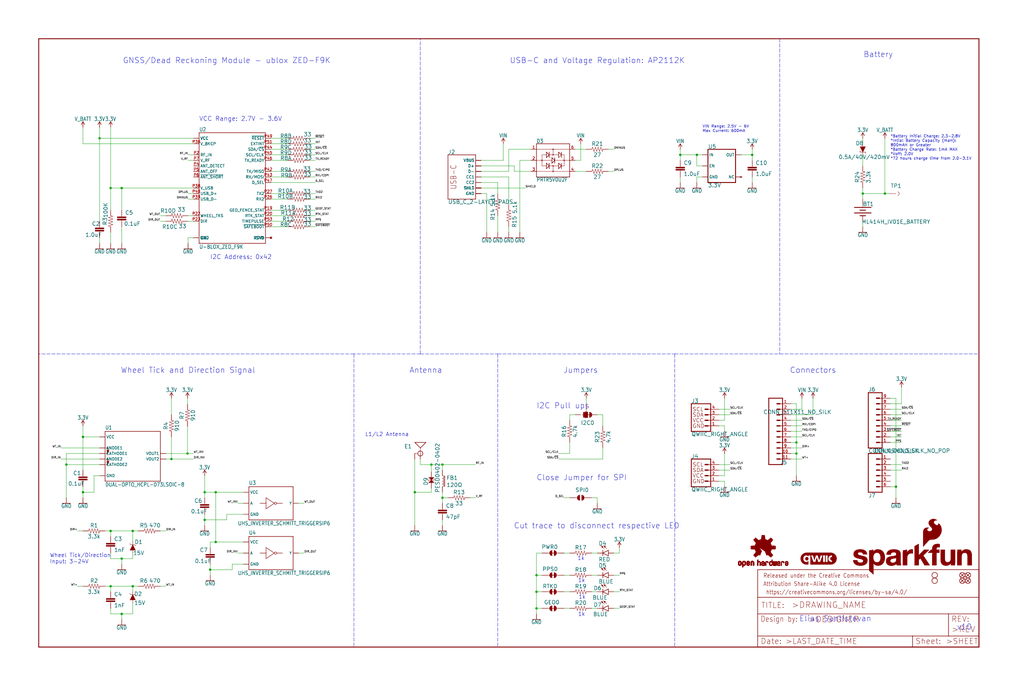
<source format=kicad_sch>
(kicad_sch (version 20211123) (generator eeschema)
  (paper "User" 470.306 317.906)
  (lib_symbols
    (symbol "schematicEagle-eagle-import:0.1UF-0402T-6.3V-10%-X7R"
      (property "Reference" "C" (at 1.524 2.921 0))
      (property "Value" "0.1UF-0402T-6.3V-10%-X7R" (at 1.524 -2.159 0))
      (symbol "0.1UF-0402T-6.3V-10%-X7R_1_0"
        (pin passive line (at 0 5.08 270) (length 2.54) (name "1") (number "1"))
        (pin passive line (at 0 -2.54 90) (length 2.54) (name "2") (number "2"))
      )
    )
    (symbol "schematicEagle-eagle-import:1.0NF{slash}1000PF-0402-25V-10%-X7R"
      (property "Reference" "C" (at 1.524 2.921 0))
      (property "Value" "1.0NF{slash}1000PF-0402-25V-10%-X7R" (at 1.524 -2.159 0))
      (symbol "1.0NF{slash}1000PF-0402-25V-10%-X7R_1_0"
        (pin passive line (at 0 5.08 270) (length 2.54) (name "1") (number "1"))
        (pin passive line (at 0 -2.54 90) (length 2.54) (name "2") (number "2"))
      )
    )
    (symbol "schematicEagle-eagle-import:1.0UF-0402T-16V-10%"
      (property "Reference" "C" (at 1.524 2.921 0))
      (property "Value" "1.0UF-0402T-16V-10%" (at 1.524 -2.159 0))
      (symbol "1.0UF-0402T-16V-10%_1_0"
        (pin passive line (at 0 5.08 270) (length 2.54) (name "1") (number "1"))
        (pin passive line (at 0 -2.54 90) (length 2.54) (name "2") (number "2"))
      )
    )
    (symbol "schematicEagle-eagle-import:100KOHM-0402-1{slash}16W-1%"
      (property "Reference" "R" (at 0 1.524 0))
      (property "Value" "100KOHM-0402-1{slash}16W-1%" (at 0 -1.524 0))
      (symbol "100KOHM-0402-1{slash}16W-1%_1_0"
        (pin passive line (at -5.08 0 0) (length 2.54) (name "1") (number "1"))
        (pin passive line (at 5.08 0 180) (length 2.54) (name "2") (number "2"))
      )
    )
    (symbol "schematicEagle-eagle-import:1KOHM-0402-1{slash}16W-1%"
      (property "Reference" "R" (at 0 1.524 0))
      (property "Value" "1KOHM-0402-1{slash}16W-1%" (at 0 -1.524 0))
      (symbol "1KOHM-0402-1{slash}16W-1%_1_0"
        (pin passive line (at -5.08 0 0) (length 2.54) (name "1") (number "1"))
        (pin passive line (at 5.08 0 180) (length 2.54) (name "2") (number "2"))
      )
    )
    (symbol "schematicEagle-eagle-import:27OHM-0603-1{slash}10W-1%"
      (property "Reference" "R" (at 0 1.524 0))
      (property "Value" "27OHM-0603-1{slash}10W-1%" (at 0 -1.524 0))
      (symbol "27OHM-0603-1{slash}10W-1%_1_0"
        (pin passive line (at -5.08 0 0) (length 2.54) (name "1") (number "1"))
        (pin passive line (at 5.08 0 180) (length 2.54) (name "2") (number "2"))
      )
    )
    (symbol "schematicEagle-eagle-import:3.3KOHM-0603-1{slash}10W-1%"
      (property "Reference" "R" (at 0 1.524 0))
      (property "Value" "3.3KOHM-0603-1{slash}10W-1%" (at 0 -1.524 0))
      (symbol "3.3KOHM-0603-1{slash}10W-1%_1_0"
        (pin passive line (at -5.08 0 0) (length 2.54) (name "1") (number "1"))
        (pin passive line (at 5.08 0 180) (length 2.54) (name "2") (number "2"))
      )
    )
    (symbol "schematicEagle-eagle-import:3.3V" (power)
      (property "Value" "3.3V" (at 0 2.794 0))
      (symbol "3.3V_1_0"
        (pin power_in line (at 0 0 90) (length 2.54) (name "3.3V") (number "1"))
      )
    )
    (symbol "schematicEagle-eagle-import:33OHM-0603-1{slash}10W-1%"
      (property "Reference" "R" (at 0 1.524 0))
      (property "Value" "33OHM-0603-1{slash}10W-1%" (at 0 -1.524 0))
      (symbol "33OHM-0603-1{slash}10W-1%_1_0"
        (pin passive line (at -5.08 0 0) (length 2.54) (name "1") (number "1"))
        (pin passive line (at 5.08 0 180) (length 2.54) (name "2") (number "2"))
      )
    )
    (symbol "schematicEagle-eagle-import:33OHM_RA-1206-1{slash}16W-5%"
      (property "Reference" "R" (at 0 1.524 0))
      (property "Value" "33OHM_RA-1206-1{slash}16W-5%" (at 0 -1.524 0))
      (symbol "33OHM_RA-1206-1{slash}16W-5%_1_0"
        (pin passive line (at -5.08 0 0) (length 2.54) (name "1") (number "P1"))
        (pin passive line (at 5.08 0 180) (length 2.54) (name "2") (number "P8"))
      )
      (symbol "33OHM_RA-1206-1{slash}16W-5%_2_0"
        (pin passive line (at -5.08 0 0) (length 2.54) (name "1") (number "P2"))
        (pin passive line (at 5.08 0 180) (length 2.54) (name "2") (number "P7"))
      )
      (symbol "33OHM_RA-1206-1{slash}16W-5%_3_0"
        (pin passive line (at -5.08 0 0) (length 2.54) (name "1") (number "P3"))
        (pin passive line (at 5.08 0 180) (length 2.54) (name "2") (number "P6"))
      )
      (symbol "33OHM_RA-1206-1{slash}16W-5%_4_0"
        (pin passive line (at -5.08 0 0) (length 2.54) (name "1") (number "P4"))
        (pin passive line (at 5.08 0 180) (length 2.54) (name "2") (number "P5"))
      )
    )
    (symbol "schematicEagle-eagle-import:4.7KOHM-0402T-1{slash}16W-1%"
      (property "Reference" "R" (at 0 1.524 0))
      (property "Value" "4.7KOHM-0402T-1{slash}16W-1%" (at 0 -1.524 0))
      (symbol "4.7KOHM-0402T-1{slash}16W-1%_1_0"
        (pin passive line (at -5.08 0 0) (length 2.54) (name "1") (number "1"))
        (pin passive line (at 5.08 0 180) (length 2.54) (name "2") (number "2"))
      )
    )
    (symbol "schematicEagle-eagle-import:470OHM-0603-1{slash}10W-1%"
      (property "Reference" "R" (at 0 1.524 0))
      (property "Value" "470OHM-0603-1{slash}10W-1%" (at 0 -1.524 0))
      (symbol "470OHM-0603-1{slash}10W-1%_1_0"
        (pin passive line (at -5.08 0 0) (length 2.54) (name "1") (number "1"))
        (pin passive line (at 5.08 0 180) (length 2.54) (name "2") (number "2"))
      )
    )
    (symbol "schematicEagle-eagle-import:47PF-0402-25V-5%-X7R"
      (property "Reference" "C" (at 1.524 2.921 0))
      (property "Value" "47PF-0402-25V-5%-X7R" (at 1.524 -2.159 0))
      (symbol "47PF-0402-25V-5%-X7R_1_0"
        (pin passive line (at 0 5.08 270) (length 2.54) (name "1") (number "1"))
        (pin passive line (at 0 -2.54 90) (length 2.54) (name "2") (number "2"))
      )
    )
    (symbol "schematicEagle-eagle-import:5.1KOHM-0402-1{slash}16W-1%"
      (property "Reference" "R" (at 0 1.524 0))
      (property "Value" "5.1KOHM-0402-1{slash}16W-1%" (at 0 -1.524 0))
      (symbol "5.1KOHM-0402-1{slash}16W-1%_1_0"
        (pin passive line (at -5.08 0 0) (length 2.54) (name "1") (number "1"))
        (pin passive line (at 5.08 0 180) (length 2.54) (name "2") (number "2"))
      )
    )
    (symbol "schematicEagle-eagle-import:910OHM-0603-1{slash}10W-5%"
      (property "Reference" "R" (at 0 1.524 0))
      (property "Value" "910OHM-0603-1{slash}10W-5%" (at 0 -1.524 0))
      (symbol "910OHM-0603-1{slash}10W-5%_1_0"
        (pin passive line (at -5.08 0 0) (length 2.54) (name "1") (number "1"))
        (pin passive line (at 5.08 0 180) (length 2.54) (name "2") (number "2"))
      )
    )
    (symbol "schematicEagle-eagle-import:ANTENNA-SMA-GROUNDEDEDGE_SMA"
      (property "Reference" "E" (at 3.048 0 0))
      (property "Value" "ANTENNA-SMA-GROUNDEDEDGE_SMA" (at 3.048 -2.286 0))
      (symbol "ANTENNA-SMA-GROUNDEDEDGE_SMA_1_0"
        (pin bidirectional line (at 2.54 -2.54 90) (length 2.54) (name "GND") (number "GND@0"))
        (pin bidirectional line (at 2.54 -2.54 90) (length 2.54) (name "GND") (number "GND@1"))
        (pin bidirectional line (at 2.54 -2.54 90) (length 2.54) (name "GND") (number "GND@2"))
        (pin bidirectional line (at 2.54 -2.54 90) (length 2.54) (name "GND") (number "GND@3"))
        (pin bidirectional line (at 0 -2.54 90) (length 2.54) (name "SIGNAL") (number "SIG"))
      )
    )
    (symbol "schematicEagle-eagle-import:CONN_06NO_SILK_NO_POP"
      (property "Reference" "J" (at -5.08 10.668 0))
      (property "Value" "CONN_06NO_SILK_NO_POP" (at -5.08 -9.906 0))
      (symbol "CONN_06NO_SILK_NO_POP_1_0"
        (pin passive line (at 5.08 -5.08 180) (length 5.08) (name "1") (number "1"))
        (pin passive line (at 5.08 -2.54 180) (length 5.08) (name "2") (number "2"))
        (pin passive line (at 5.08 0 180) (length 5.08) (name "3") (number "3"))
        (pin passive line (at 5.08 2.54 180) (length 5.08) (name "4") (number "4"))
        (pin passive line (at 5.08 5.08 180) (length 5.08) (name "5") (number "5"))
        (pin passive line (at 5.08 7.62 180) (length 5.08) (name "6") (number "6"))
      )
    )
    (symbol "schematicEagle-eagle-import:CONN_09NO_SILK"
      (property "Reference" "J" (at 0 13.208 0))
      (property "Value" "CONN_09NO_SILK" (at 0 -14.986 0))
      (symbol "CONN_09NO_SILK_1_0"
        (pin passive line (at 10.16 -10.16 180) (length 5.08) (name "1") (number "1"))
        (pin passive line (at 10.16 -7.62 180) (length 5.08) (name "2") (number "2"))
        (pin passive line (at 10.16 -5.08 180) (length 5.08) (name "3") (number "3"))
        (pin passive line (at 10.16 -2.54 180) (length 5.08) (name "4") (number "4"))
        (pin passive line (at 10.16 0 180) (length 5.08) (name "5") (number "5"))
        (pin passive line (at 10.16 2.54 180) (length 5.08) (name "6") (number "6"))
        (pin passive line (at 10.16 5.08 180) (length 5.08) (name "7") (number "7"))
        (pin passive line (at 10.16 7.62 180) (length 5.08) (name "8") (number "8"))
        (pin passive line (at 10.16 10.16 180) (length 5.08) (name "9") (number "9"))
      )
    )
    (symbol "schematicEagle-eagle-import:CONN_111X11_NO_SILK"
      (property "Reference" "J" (at 0 15.748 0))
      (property "Value" "CONN_111X11_NO_SILK" (at 0 -17.526 0))
      (symbol "CONN_111X11_NO_SILK_1_0"
        (pin passive line (at 10.16 -12.7 180) (length 5.08) (name "1") (number "1"))
        (pin passive line (at 10.16 10.16 180) (length 5.08) (name "10") (number "10"))
        (pin passive line (at 10.16 12.7 180) (length 5.08) (name "11") (number "11"))
        (pin passive line (at 10.16 -10.16 180) (length 5.08) (name "2") (number "2"))
        (pin passive line (at 10.16 -7.62 180) (length 5.08) (name "3") (number "3"))
        (pin passive line (at 10.16 -5.08 180) (length 5.08) (name "4") (number "4"))
        (pin passive line (at 10.16 -2.54 180) (length 5.08) (name "5") (number "5"))
        (pin passive line (at 10.16 0 180) (length 5.08) (name "6") (number "6"))
        (pin passive line (at 10.16 2.54 180) (length 5.08) (name "7") (number "7"))
        (pin passive line (at 10.16 5.08 180) (length 5.08) (name "8") (number "8"))
        (pin passive line (at 10.16 7.62 180) (length 5.08) (name "9") (number "9"))
      )
    )
    (symbol "schematicEagle-eagle-import:DIODE-SCHOTTKY-PMEG4005EJ"
      (property "Reference" "D" (at -2.54 2.032 0))
      (property "Value" "DIODE-SCHOTTKY-PMEG4005EJ" (at -2.54 -2.032 0))
      (symbol "DIODE-SCHOTTKY-PMEG4005EJ_1_0"
        (pin passive line (at -2.54 0 0) (length 0) (name "A") (number "A"))
        (pin passive line (at 2.54 0 180) (length 0) (name "C") (number "C"))
      )
    )
    (symbol "schematicEagle-eagle-import:DIODE-ZENER-BZX84C15LT3G"
      (property "Reference" "D" (at -2.54 2.032 0))
      (property "Value" "DIODE-ZENER-BZX84C15LT3G" (at -2.54 -2.032 0))
      (symbol "DIODE-ZENER-BZX84C15LT3G_1_0"
        (pin passive line (at -2.54 0 0) (length 0) (name "A") (number "1"))
        (pin passive line (at 2.54 0 180) (length 0) (name "C") (number "3"))
      )
    )
    (symbol "schematicEagle-eagle-import:DUAL-OPTO_HCPL-073LSOIC-8"
      (property "Reference" "U" (at -12.7 10.922 0))
      (property "Value" "DUAL-OPTO_HCPL-073LSOIC-8" (at -12.7 -15.24 0))
      (symbol "DUAL-OPTO_HCPL-073LSOIC-8_1_0"
        (pin input line (at -15.24 2.54 0) (length 2.54) (name "ANODE1") (number "1"))
        (pin input line (at -15.24 0 0) (length 2.54) (name "CATHODE1") (number "2"))
        (pin input line (at -15.24 -5.08 0) (length 2.54) (name "CATHODE2") (number "3"))
        (pin input line (at -15.24 -2.54 0) (length 2.54) (name "ANODE2") (number "4"))
        (pin power_in line (at -15.24 -10.16 0) (length 2.54) (name "GND") (number "5"))
        (pin output line (at 15.24 -2.54 180) (length 2.54) (name "VOUT2") (number "6"))
        (pin output line (at 15.24 0 180) (length 2.54) (name "VOUT1") (number "7"))
        (pin power_in line (at -15.24 7.62 0) (length 2.54) (name "VCC") (number "8"))
      )
    )
    (symbol "schematicEagle-eagle-import:FERRITE_BEAD-120_OHM-0402"
      (property "Reference" "FB" (at 1.27 2.54 0))
      (property "Value" "FERRITE_BEAD-120_OHM-0402" (at 1.27 -2.54 0))
      (symbol "FERRITE_BEAD-120_OHM-0402_1_0"
        (pin passive line (at 0 5.08 270) (length 2.54) (name "1") (number "1"))
        (pin passive line (at 0 -5.08 90) (length 2.54) (name "2") (number "2"))
      )
    )
    (symbol "schematicEagle-eagle-import:FIDUCIALUFIDUCIAL")
    (symbol "schematicEagle-eagle-import:FRAME-LEDGER"
      (symbol "FRAME-LEDGER_2_0"
        (text " https://creativecommons.org/licenses/by-sa/4.0/" (at 2.54 24.13 0) (effects (font (size 1.9304 1.6408)) (justify left bottom)))
        (text ">DESIGNER" (at 23.114 11.176 0) (effects (font (size 2.7432 2.7432)) (justify left bottom)))
        (text ">DRAWING_NAME" (at 15.494 17.78 0) (effects (font (size 2.7432 2.7432)) (justify left bottom)))
        (text ">LAST_DATE_TIME" (at 12.7 1.27 0) (effects (font (size 2.54 2.54)) (justify left bottom)))
        (text ">REV" (at 88.9 6.604 0) (effects (font (size 2.7432 2.7432)) (justify left bottom)))
        (text ">SHEET" (at 86.36 1.27 0) (effects (font (size 2.54 2.54)) (justify left bottom)))
        (text "Attribution Share-Alike 4.0 License" (at 2.54 27.94 0) (effects (font (size 1.9304 1.6408)) (justify left bottom)))
        (text "Date:" (at 1.27 1.27 0) (effects (font (size 2.54 2.54)) (justify left bottom)))
        (text "Design by:" (at 1.27 11.43 0) (effects (font (size 2.54 2.159)) (justify left bottom)))
        (text "Released under the Creative Commons" (at 2.54 31.75 0) (effects (font (size 1.9304 1.6408)) (justify left bottom)))
        (text "REV:" (at 88.9 11.43 0) (effects (font (size 2.54 2.54)) (justify left bottom)))
        (text "Sheet:" (at 72.39 1.27 0) (effects (font (size 2.54 2.54)) (justify left bottom)))
        (text "TITLE:" (at 1.524 17.78 0) (effects (font (size 2.54 2.54)) (justify left bottom)))
      )
    )
    (symbol "schematicEagle-eagle-import:GND" (power)
      (property "Value" "GND" (at 0 -0.254 0))
      (symbol "GND_1_0"
        (pin power_in line (at 0 2.54 270) (length 2.54) (name "GND") (number "1"))
      )
    )
    (symbol "schematicEagle-eagle-import:JUMPER-SMT_2_NC_TRACE_SILK"
      (property "Reference" "JP" (at 0 3.048 0))
      (property "Value" "JUMPER-SMT_2_NC_TRACE_SILK" (at 0 -3.048 0))
      (symbol "JUMPER-SMT_2_NC_TRACE_SILK_1_0"
        (pin passive line (at -5.08 0 0) (length 2.54) (name "1") (number "1"))
        (pin passive line (at 5.08 0 180) (length 2.54) (name "2") (number "2"))
      )
    )
    (symbol "schematicEagle-eagle-import:JUMPER-SMT_2_NO_SILK"
      (property "Reference" "JP" (at 0 2.794 0))
      (property "Value" "JUMPER-SMT_2_NO_SILK" (at 0 -2.794 0))
      (symbol "JUMPER-SMT_2_NO_SILK_1_0"
        (pin passive line (at -5.08 0 0) (length 2.54) (name "1") (number "1"))
        (pin passive line (at 5.08 0 180) (length 2.54) (name "2") (number "2"))
      )
    )
    (symbol "schematicEagle-eagle-import:JUMPER-SMT_3_2-NC_TRACE_SILK"
      (property "Reference" "JP" (at 6.096 1.524 0))
      (property "Value" "JUMPER-SMT_3_2-NC_TRACE_SILK" (at 6.858 -1.524 0))
      (symbol "JUMPER-SMT_3_2-NC_TRACE_SILK_1_0"
        (pin passive line (at 0 5.08 270) (length 2.54) (name "1") (number "1"))
        (pin passive line (at -5.08 0 0) (length 2.54) (name "2") (number "2"))
        (pin passive line (at 0 -5.08 90) (length 2.54) (name "3") (number "3"))
      )
    )
    (symbol "schematicEagle-eagle-import:LED-BLUE0603"
      (property "Reference" "D" (at -3.429 -4.572 90))
      (property "Value" "LED-BLUE0603" (at 1.905 -4.572 90))
      (symbol "LED-BLUE0603_1_0"
        (pin passive line (at 0 2.54 270) (length 2.54) (name "A") (number "A"))
        (pin passive line (at 0 -5.08 90) (length 2.54) (name "C") (number "C"))
      )
    )
    (symbol "schematicEagle-eagle-import:LED-RED0603"
      (property "Reference" "D" (at -3.429 -4.572 90))
      (property "Value" "LED-RED0603" (at 1.905 -4.572 90))
      (symbol "LED-RED0603_1_0"
        (pin passive line (at 0 2.54 270) (length 2.54) (name "A") (number "A"))
        (pin passive line (at 0 -5.08 90) (length 2.54) (name "C") (number "C"))
      )
    )
    (symbol "schematicEagle-eagle-import:ML414H_IV01E_BATTERY"
      (property "Reference" "BT" (at 0 4.318 0))
      (property "Value" "ML414H_IV01E_BATTERY" (at 0 -4.318 0))
      (symbol "ML414H_IV01E_BATTERY_1_0"
        (pin power_in line (at -5.08 0 0) (length 2.54) (name "+") (number "+"))
        (pin power_in line (at 5.08 0 180) (length 2.54) (name "-") (number "-"))
      )
    )
    (symbol "schematicEagle-eagle-import:OSHW-LOGOS")
    (symbol "schematicEagle-eagle-import:PESD0402-0402"
      (property "Reference" "D" (at -2.54 2.794 0))
      (property "Value" "PESD0402-0402" (at -2.54 -2.794 0))
      (symbol "PESD0402-0402_1_0"
        (pin bidirectional line (at -2.54 0 0) (length 2.54) (name "1") (number "1"))
        (pin bidirectional line (at 5.08 0 180) (length 2.54) (name "2") (number "2"))
      )
    )
    (symbol "schematicEagle-eagle-import:PRTR5V0U2F"
      (property "Reference" "D" (at -7.62 7.874 0))
      (property "Value" "PRTR5V0U2F" (at -7.62 -7.874 0))
      (symbol "PRTR5V0U2F_1_0"
        (pin bidirectional line (at -10.16 5.08 0) (length 2.54) (name "1") (number "1"))
        (pin power_in line (at -10.16 0 0) (length 2.54) (name "2") (number "2"))
        (pin bidirectional line (at -10.16 -5.08 0) (length 2.54) (name "3") (number "3"))
        (pin bidirectional line (at 10.16 -5.08 180) (length 2.54) (name "4") (number "4"))
        (pin power_in line (at 10.16 0 180) (length 2.54) (name "5") (number "5"))
        (pin bidirectional line (at 10.16 5.08 180) (length 2.54) (name "6") (number "6"))
      )
    )
    (symbol "schematicEagle-eagle-import:QWIIC_CONNECTORJS-1MM"
      (property "Reference" "J" (at -5.08 7.874 0))
      (property "Value" "QWIIC_CONNECTORJS-1MM" (at -5.08 -5.334 0))
      (symbol "QWIIC_CONNECTORJS-1MM_1_0"
        (text "GND" (at -4.572 -2.54 0) (effects (font (size 1.778 1.778)) (justify left)))
        (text "SCL" (at -4.572 5.08 0) (effects (font (size 1.778 1.778)) (justify left)))
        (text "SDA" (at -4.572 2.54 0) (effects (font (size 1.778 1.778)) (justify left)))
        (text "VCC" (at -4.572 0 0) (effects (font (size 1.778 1.778)) (justify left)))
        (pin power_in line (at 7.62 -2.54 180) (length 5.08) (name "1") (number "1"))
        (pin power_in line (at 7.62 0 180) (length 5.08) (name "2") (number "2"))
        (pin passive line (at 7.62 2.54 180) (length 5.08) (name "3") (number "3"))
        (pin passive line (at 7.62 5.08 180) (length 5.08) (name "4") (number "4"))
      )
    )
    (symbol "schematicEagle-eagle-import:QWIIC_LOGO_4MM")
    (symbol "schematicEagle-eagle-import:SFE_LOGO_NAME_FLAME.2_INCH")
    (symbol "schematicEagle-eagle-import:STAND-OFFTIGHT")
    (symbol "schematicEagle-eagle-import:TEST-POINT3X5"
      (property "Reference" "TP" (at -2.54 2.54 0))
      (property "Value" "TEST-POINT3X5" (at -2.54 -2.54 0))
      (symbol "TEST-POINT3X5_1_0"
        (pin bidirectional line (at 0 0 180) (length 0) (name "1") (number "1"))
      )
    )
    (symbol "schematicEagle-eagle-import:U-BLOX_ZED_F9K"
      (property "Reference" "U" (at -15.24 25.908 0))
      (property "Value" "U-BLOX_ZED_F9K" (at -15.24 -27.94 0))
      (symbol "U-BLOX_ZED_F9K_1_0"
        (pin power_in line (at -17.78 -22.86 0) (length 2.54) (name "GND") (number "G1"))
        (pin power_in line (at -17.78 -22.86 0) (length 2.54) (name "GND") (number "G10"))
        (pin power_in line (at -17.78 -22.86 0) (length 2.54) (name "GND") (number "G11"))
        (pin power_in line (at -17.78 -22.86 0) (length 2.54) (name "GND") (number "G12"))
        (pin power_in line (at -17.78 -22.86 0) (length 2.54) (name "GND") (number "G13"))
        (pin power_in line (at -17.78 -22.86 0) (length 2.54) (name "GND") (number "G14"))
        (pin power_in line (at -17.78 -22.86 0) (length 2.54) (name "GND") (number "G15"))
        (pin power_in line (at -17.78 -22.86 0) (length 2.54) (name "GND") (number "G16"))
        (pin power_in line (at -17.78 -22.86 0) (length 2.54) (name "GND") (number "G17"))
        (pin power_in line (at -17.78 -22.86 0) (length 2.54) (name "GND") (number "G18"))
        (pin power_in line (at -17.78 -22.86 0) (length 2.54) (name "GND") (number "G19"))
        (pin power_in line (at -17.78 -22.86 0) (length 2.54) (name "GND") (number "G2"))
        (pin power_in line (at -17.78 -22.86 0) (length 2.54) (name "GND") (number "G20"))
        (pin power_in line (at -17.78 -22.86 0) (length 2.54) (name "GND") (number "G21"))
        (pin power_in line (at -17.78 -22.86 0) (length 2.54) (name "GND") (number "G22"))
        (pin power_in line (at -17.78 -22.86 0) (length 2.54) (name "GND") (number "G23"))
        (pin power_in line (at -17.78 -22.86 0) (length 2.54) (name "GND") (number "G24"))
        (pin power_in line (at -17.78 -22.86 0) (length 2.54) (name "GND") (number "G25"))
        (pin power_in line (at -17.78 -22.86 0) (length 2.54) (name "GND") (number "G26"))
        (pin power_in line (at -17.78 -22.86 0) (length 2.54) (name "GND") (number "G27"))
        (pin power_in line (at -17.78 -22.86 0) (length 2.54) (name "GND") (number "G28"))
        (pin power_in line (at -17.78 -22.86 0) (length 2.54) (name "GND") (number "G29"))
        (pin power_in line (at -17.78 -22.86 0) (length 2.54) (name "GND") (number "G3"))
        (pin power_in line (at -17.78 -22.86 0) (length 2.54) (name "GND") (number "G30"))
        (pin power_in line (at -17.78 -22.86 0) (length 2.54) (name "GND") (number "G31"))
        (pin power_in line (at -17.78 -22.86 0) (length 2.54) (name "GND") (number "G32"))
        (pin power_in line (at -17.78 -22.86 0) (length 2.54) (name "GND") (number "G33"))
        (pin power_in line (at -17.78 -22.86 0) (length 2.54) (name "GND") (number "G34"))
        (pin power_in line (at -17.78 -22.86 0) (length 2.54) (name "GND") (number "G35"))
        (pin power_in line (at -17.78 -22.86 0) (length 2.54) (name "GND") (number "G36"))
        (pin power_in line (at -17.78 -22.86 0) (length 2.54) (name "GND") (number "G37"))
        (pin power_in line (at -17.78 -22.86 0) (length 2.54) (name "GND") (number "G38"))
        (pin power_in line (at -17.78 -22.86 0) (length 2.54) (name "GND") (number "G39"))
        (pin power_in line (at -17.78 -22.86 0) (length 2.54) (name "GND") (number "G4"))
        (pin power_in line (at -17.78 -22.86 0) (length 2.54) (name "GND") (number "G40"))
        (pin power_in line (at -17.78 -22.86 0) (length 2.54) (name "GND") (number "G41"))
        (pin power_in line (at -17.78 -22.86 0) (length 2.54) (name "GND") (number "G42"))
        (pin power_in line (at -17.78 -22.86 0) (length 2.54) (name "GND") (number "G43"))
        (pin power_in line (at -17.78 -22.86 0) (length 2.54) (name "GND") (number "G44"))
        (pin power_in line (at -17.78 -22.86 0) (length 2.54) (name "GND") (number "G45"))
        (pin power_in line (at -17.78 -22.86 0) (length 2.54) (name "GND") (number "G46"))
        (pin power_in line (at -17.78 -22.86 0) (length 2.54) (name "GND") (number "G47"))
        (pin power_in line (at -17.78 -22.86 0) (length 2.54) (name "GND") (number "G48"))
        (pin power_in line (at -17.78 -22.86 0) (length 2.54) (name "GND") (number "G5"))
        (pin power_in line (at -17.78 -22.86 0) (length 2.54) (name "GND") (number "G6"))
        (pin power_in line (at -17.78 -22.86 0) (length 2.54) (name "GND") (number "G7"))
        (pin power_in line (at -17.78 -22.86 0) (length 2.54) (name "GND") (number "G8"))
        (pin power_in line (at -17.78 -22.86 0) (length 2.54) (name "GND") (number "G9"))
        (pin power_in line (at -17.78 -22.86 0) (length 2.54) (name "GND") (number "P1"))
        (pin no_connect line (at 17.78 -22.86 180) (length 2.54) (name "RSVD") (number "P10"))
        (pin no_connect line (at 17.78 -22.86 180) (length 2.54) (name "RSVD") (number "P11"))
        (pin power_in line (at -17.78 -22.86 0) (length 2.54) (name "GND") (number "P12"))
        (pin no_connect line (at 17.78 -22.86 180) (length 2.54) (name "RSVD") (number "P13"))
        (pin power_in line (at -17.78 -22.86 0) (length 2.54) (name "GND") (number "P14"))
        (pin no_connect line (at 17.78 -22.86 180) (length 2.54) (name "RSVD") (number "P15"))
        (pin no_connect line (at 17.78 -22.86 180) (length 2.54) (name "RSVD") (number "P16"))
        (pin no_connect line (at 17.78 -22.86 180) (length 2.54) (name "RSVD") (number "P17"))
        (pin no_connect line (at 17.78 -22.86 180) (length 2.54) (name "RSVD") (number "P18"))
        (pin output line (at 17.78 -10.16 180) (length 2.54) (name "GEO_FENCE_STAT") (number "P19"))
        (pin input line (at -17.78 15.24 0) (length 2.54) (name "RF_IN") (number "P2"))
        (pin output line (at 17.78 -12.7 180) (length 2.54) (name "RTK_STAT") (number "P20"))
        (pin no_connect line (at 17.78 -22.86 180) (length 2.54) (name "RSVD") (number "P21"))
        (pin input line (at -17.78 -12.7 0) (length 2.54) (name "WHEEL_TKS") (number "P22"))
        (pin input line (at -17.78 -15.24 0) (length 2.54) (name "DIR") (number "P23"))
        (pin no_connect line (at 17.78 -22.86 180) (length 2.54) (name "RSVD") (number "P24"))
        (pin no_connect line (at 17.78 -22.86 180) (length 2.54) (name "RSVD") (number "P25"))
        (pin input line (at 17.78 -5.08 180) (length 2.54) (name "RX2") (number "P26"))
        (pin output line (at 17.78 -2.54 180) (length 2.54) (name "TX2") (number "P27"))
        (pin no_connect line (at 17.78 -22.86 180) (length 2.54) (name "RSVD") (number "P28"))
        (pin no_connect line (at 17.78 -22.86 180) (length 2.54) (name "RSVD") (number "P29"))
        (pin power_in line (at -17.78 -22.86 0) (length 2.54) (name "GND") (number "P3"))
        (pin no_connect line (at 17.78 -22.86 180) (length 2.54) (name "RSVD") (number "P30"))
        (pin no_connect line (at 17.78 -22.86 180) (length 2.54) (name "RSVD") (number "P31"))
        (pin power_in line (at -17.78 -22.86 0) (length 2.54) (name "GND") (number "P32"))
        (pin power_in line (at -17.78 22.86 0) (length 2.54) (name "VCC") (number "P33"))
        (pin power_in line (at -17.78 22.86 0) (length 2.54) (name "VCC") (number "P34"))
        (pin no_connect line (at 17.78 -22.86 180) (length 2.54) (name "RSVD") (number "P35"))
        (pin power_in line (at -17.78 20.32 0) (length 2.54) (name "V_BKCP") (number "P36"))
        (pin power_in line (at -17.78 -22.86 0) (length 2.54) (name "GND") (number "P37"))
        (pin power_in line (at -17.78 0 0) (length 2.54) (name "V_USB") (number "P38"))
        (pin bidirectional line (at -17.78 -5.08 0) (length 2.54) (name "USB_D-") (number "P39"))
        (pin input line (at -17.78 10.16 0) (length 2.54) (name "ANT_DETECT") (number "P4"))
        (pin bidirectional line (at -17.78 -2.54 0) (length 2.54) (name "USB_D+") (number "P40"))
        (pin power_in line (at -17.78 -22.86 0) (length 2.54) (name "GND") (number "P41"))
        (pin bidirectional line (at 17.78 7.62 180) (length 2.54) (name "TX/MISO") (number "P42"))
        (pin bidirectional line (at 17.78 5.08 180) (length 2.54) (name "RX/MOSI") (number "P43"))
        (pin bidirectional line (at 17.78 17.78 180) (length 2.54) (name "SDA/~{CS}") (number "P44"))
        (pin bidirectional line (at 17.78 15.24 180) (length 2.54) (name "SCL/CLK") (number "P45"))
        (pin bidirectional line (at 17.78 12.7 180) (length 2.54) (name "TX_READY") (number "P46"))
        (pin bidirectional line (at 17.78 2.54 180) (length 2.54) (name "D_SEL") (number "P47"))
        (pin power_in line (at -17.78 -22.86 0) (length 2.54) (name "GND") (number "P48"))
        (pin bidirectional line (at 17.78 22.86 180) (length 2.54) (name "~{RESET}") (number "P49"))
        (pin output line (at -17.78 7.62 0) (length 2.54) (name "ANT_OFF") (number "P5"))
        (pin input line (at 17.78 -17.78 180) (length 2.54) (name "~{SAFEBOOT}") (number "P50"))
        (pin bidirectional line (at 17.78 20.32 180) (length 2.54) (name "EXTINT") (number "P51"))
        (pin no_connect line (at 17.78 -22.86 180) (length 2.54) (name "RSVD") (number "P52"))
        (pin output line (at 17.78 -15.24 180) (length 2.54) (name "TIMEPULSE") (number "P53"))
        (pin no_connect line (at 17.78 -22.86 180) (length 2.54) (name "RSVD") (number "P54"))
        (pin output line (at -17.78 5.08 0) (length 2.54) (name "~{ANT_SHORT}") (number "P6"))
        (pin output line (at -17.78 12.7 0) (length 2.54) (name "V_RF") (number "P7"))
        (pin no_connect line (at 17.78 -22.86 180) (length 2.54) (name "RSVD") (number "P8"))
        (pin no_connect line (at 17.78 -22.86 180) (length 2.54) (name "RSVD") (number "P9"))
      )
    )
    (symbol "schematicEagle-eagle-import:UHS_INVERTER_SCHMITT_TRIGGERSIP6"
      (property "Reference" "U" (at -10.16 8.382 0))
      (property "Value" "UHS_INVERTER_SCHMITT_TRIGGERSIP6" (at -10.16 -10.16 0))
      (symbol "UHS_INVERTER_SCHMITT_TRIGGERSIP6_1_0"
        (pin input line (at -12.7 0 0) (length 2.54) (name "A") (number "P2"))
        (pin power_in line (at -12.7 -5.08 0) (length 2.54) (name "GND") (number "P3"))
        (pin output line (at 12.7 0 180) (length 2.54) (name "Y") (number "P4"))
        (pin power_in line (at -12.7 5.08 0) (length 2.54) (name "VCC") (number "P6"))
      )
    )
    (symbol "schematicEagle-eagle-import:USB_C_2-LAYER_PADS"
      (property "Reference" "J" (at -2.54 10.414 0))
      (property "Value" "USB_C_2-LAYER_PADS" (at -2.54 -12.446 0))
      (symbol "USB_C_2-LAYER_PADS_1_0"
        (text "USB-C" (at 0 0 900) (effects (font (size 2.54 2.159))))
        (pin bidirectional line (at 12.7 0 180) (length 2.54) (name "CC1") (number "A5"))
        (pin bidirectional line (at 12.7 5.08 180) (length 2.54) (name "D+") (number "A6"))
        (pin bidirectional line (at 12.7 2.54 180) (length 2.54) (name "D-") (number "A7"))
        (pin bidirectional line (at 12.7 -2.54 180) (length 2.54) (name "CC2") (number "B5"))
        (pin bidirectional line (at 12.7 5.08 180) (length 2.54) (name "D+") (number "B6"))
        (pin bidirectional line (at 12.7 2.54 180) (length 2.54) (name "D-") (number "B7"))
        (pin bidirectional line (at 12.7 -7.62 180) (length 2.54) (name "GND") (number "GND"))
        (pin bidirectional line (at 12.7 -7.62 180) (length 2.54) (name "GND") (number "GND2"))
        (pin bidirectional line (at 12.7 -5.08 180) (length 2.54) (name "SHLD") (number "SHLD1"))
        (pin bidirectional line (at 12.7 -5.08 180) (length 2.54) (name "SHLD") (number "SHLD2"))
        (pin bidirectional line (at 12.7 -5.08 180) (length 2.54) (name "SHLD") (number "SHLD3"))
        (pin bidirectional line (at 12.7 -5.08 180) (length 2.54) (name "SHLD") (number "SHLD4"))
        (pin bidirectional line (at 12.7 7.62 180) (length 2.54) (name "VBUS") (number "VBUS1"))
        (pin bidirectional line (at 12.7 7.62 180) (length 2.54) (name "VBUS") (number "VBUS2"))
      )
    )
    (symbol "schematicEagle-eagle-import:VIN" (power)
      (property "Value" "VIN" (at 0 2.794 0))
      (symbol "VIN_1_0"
        (pin power_in line (at 0 0 90) (length 2.54) (name "VIN") (number "1"))
      )
    )
    (symbol "schematicEagle-eagle-import:V_BATT" (power)
      (property "Value" "V_BATT" (at 0 2.794 0))
      (symbol "V_BATT_1_0"
        (pin power_in line (at 0 0 90) (length 2.54) (name "V_BATT") (number "1"))
      )
    )
    (symbol "schematicEagle-eagle-import:V_REG_AP2112K-3.3V"
      (property "Reference" "U" (at -7.62 7.874 0))
      (property "Value" "V_REG_AP2112K-3.3V" (at -7.62 -7.874 0))
      (symbol "V_REG_AP2112K-3.3V_1_0"
        (pin input line (at -10.16 5.08 0) (length 2.54) (name "IN") (number "1"))
        (pin input line (at -10.16 -5.08 0) (length 2.54) (name "GND") (number "2"))
        (pin input line (at -10.16 0 0) (length 2.54) (name "EN") (number "3"))
        (pin no_connect line (at 7.62 -5.08 180) (length 2.54) (name "NC") (number "4"))
        (pin passive line (at 7.62 5.08 180) (length 2.54) (name "OUT") (number "5"))
      )
    )
  )
  (junction (at 320.04 71.12))
  (junction (at 190.5 226.06))
  (junction (at 60.96 243.84))
  (junction (at 99.06 226.06))
  (junction (at 93.98 238.76))
  (junction (at 50.8 269.24))
  (junction (at 55.88 86.36))
  (junction (at 246.38 279.4))
  (junction (at 38.1 226.06))
  (junction (at 312.42 71.12))
  (junction (at 50.8 86.36))
  (junction (at 50.8 243.84))
  (junction (at 45.72 63.5))
  (junction (at 345.44 71.12))
  (junction (at 411.48 223.52))
  (junction (at 396.24 88.9))
  (junction (at 38.1 200.66))
  (junction (at 203.2 213.36))
  (junction (at 96.52 261.62))
  (junction (at 203.2 228.6))
  (junction (at 30.48 213.36))
  (junction (at 246.38 271.78))
  (junction (at 246.38 264.16))
  (junction (at 55.88 281.94))
  (junction (at 93.98 226.06))
  (junction (at 78.74 210.82))
  (junction (at 406.4 88.9))
  (junction (at 55.88 256.54))
  (junction (at 365.76 203.2))
  (junction (at 198.12 213.36))
  (junction (at 99.06 248.92))
  (junction (at 365.76 208.28))
  (junction (at 86.106 208.28))
  (junction (at 60.96 269.24))
  (wire (pts (xy 193.04 213.36) (xy 193.04 210.82)))
  (wire (pts (xy 281.94 279.4) (xy 284.48 279.4)))
  (wire (pts (xy 88.9 109.22) (xy 86.36 109.22)))
  (wire (pts (xy 259.08 279.4) (xy 261.62 279.4)))
  (wire (pts (xy 396.24 76.2) (xy 396.24 71.12)))
  (wire (pts (xy 261.62 190.5) (xy 261.62 193.04)))
  (wire (pts (xy 228.6 83.82) (xy 228.6 88.9)))
  (wire (pts (xy 330.2 215.9) (xy 335.28 215.9)))
  (wire (pts (xy 396.24 88.9) (xy 396.24 86.36)))
  (wire (pts (xy 86.36 99.06) (xy 88.9 99.06)))
  (wire (pts (xy 408.94 182.88) (xy 411.48 182.88)))
  (wire (pts (xy 50.8 243.84) (xy 60.96 243.84)))
  (wire (pts (xy 132.08 66.04) (xy 124.46 66.04)))
  (wire (pts (xy 50.8 271.78) (xy 50.8 269.24)))
  (wire (pts (xy 60.96 271.78) (xy 60.96 269.24)))
  (wire (pts (xy 76.2 208.28) (xy 86.106 208.28)))
  (wire (pts (xy 233.68 104.14) (xy 233.68 106.68)))
  (wire (pts (xy 408.94 187.96) (xy 414.02 187.96)))
  (wire (pts (xy 408.94 185.42) (xy 414.02 185.42)))
  (polyline (pts (xy 358.14 162.56) (xy 449.58 162.56)))
  (wire (pts (xy 132.08 78.74) (xy 124.46 78.74)))
  (wire (pts (xy 132.08 68.58) (xy 124.46 68.58)))
  (wire (pts (xy 248.92 279.4) (xy 246.38 279.4)))
  (wire (pts (xy 88.9 71.12) (xy 86.36 71.12)))
  (wire (pts (xy 86.36 101.6) (xy 88.9 101.6)))
  (wire (pts (xy 335.28 213.36) (xy 330.2 213.36)))
  (wire (pts (xy 111.76 226.06) (xy 99.06 226.06)))
  (wire (pts (xy 76.2 99.06) (xy 73.66 99.06)))
  (wire (pts (xy 38.1 200.66) (xy 38.1 195.58)))
  (wire (pts (xy 60.96 243.84) (xy 63.5 243.84)))
  (wire (pts (xy 142.24 73.66) (xy 144.78 73.66)))
  (wire (pts (xy 55.88 86.36) (xy 50.8 86.36)))
  (wire (pts (xy 345.44 71.12) (xy 345.44 68.58)))
  (wire (pts (xy 363.22 187.96) (xy 368.3 187.96)))
  (wire (pts (xy 55.88 256.54) (xy 60.96 256.54)))
  (wire (pts (xy 332.74 220.98) (xy 332.74 223.52)))
  (wire (pts (xy 38.1 226.06) (xy 43.18 226.06)))
  (wire (pts (xy 86.106 185.674) (xy 86.106 182.88)))
  (wire (pts (xy 274.32 254) (xy 271.78 254)))
  (polyline (pts (xy 193.04 162.56) (xy 228.6 162.56)))
  (wire (pts (xy 142.24 88.9) (xy 144.78 88.9)))
  (wire (pts (xy 88.9 63.5) (xy 45.72 63.5)))
  (wire (pts (xy 264.16 190.5) (xy 261.62 190.5)))
  (wire (pts (xy 48.26 243.84) (xy 50.8 243.84)))
  (wire (pts (xy 55.88 104.14) (xy 55.88 111.76)))
  (wire (pts (xy 396.24 104.14) (xy 396.24 101.6)))
  (wire (pts (xy 276.86 195.58) (xy 276.86 190.5)))
  (wire (pts (xy 248.92 254) (xy 246.38 254)))
  (wire (pts (xy 246.38 271.78) (xy 246.38 279.4)))
  (wire (pts (xy 218.44 228.6) (xy 215.9 228.6)))
  (wire (pts (xy 45.72 208.28) (xy 30.48 208.28)))
  (wire (pts (xy 142.24 104.14) (xy 144.78 104.14)))
  (wire (pts (xy 93.98 238.76) (xy 93.98 241.3)))
  (wire (pts (xy 38.1 66.04) (xy 38.1 58.42)))
  (wire (pts (xy 132.08 88.9) (xy 124.46 88.9)))
  (wire (pts (xy 233.68 68.58) (xy 243.84 68.58)))
  (wire (pts (xy 132.08 73.66) (xy 124.46 73.66)))
  (wire (pts (xy 365.76 185.42) (xy 365.76 203.2)))
  (wire (pts (xy 220.98 83.82) (xy 228.6 83.82)))
  (wire (pts (xy 142.24 101.6) (xy 144.78 101.6)))
  (wire (pts (xy 86.106 195.834) (xy 86.106 208.28)))
  (wire (pts (xy 142.24 68.58) (xy 144.78 68.58)))
  (wire (pts (xy 276.86 190.5) (xy 274.32 190.5)))
  (wire (pts (xy 231.14 73.66) (xy 220.98 73.66)))
  (wire (pts (xy 38.1 200.66) (xy 38.1 215.9)))
  (wire (pts (xy 137.16 231.14) (xy 139.7 231.14)))
  (wire (pts (xy 96.52 261.62) (xy 96.52 264.16)))
  (wire (pts (xy 363.22 210.82) (xy 368.3 210.82)))
  (wire (pts (xy 276.86 205.74) (xy 276.86 210.82)))
  (wire (pts (xy 271.78 279.4) (xy 274.32 279.4)))
  (wire (pts (xy 363.22 203.2) (xy 365.76 203.2)))
  (wire (pts (xy 408.94 198.12) (xy 414.02 198.12)))
  (wire (pts (xy 50.8 246.38) (xy 50.8 243.84)))
  (wire (pts (xy 264.16 78.74) (xy 269.24 78.74)))
  (wire (pts (xy 99.06 248.92) (xy 99.06 226.06)))
  (wire (pts (xy 88.9 88.9) (xy 86.36 88.9)))
  (wire (pts (xy 238.76 73.66) (xy 238.76 106.68)))
  (wire (pts (xy 73.66 243.84) (xy 76.2 243.84)))
  (wire (pts (xy 320.04 71.12) (xy 312.42 71.12)))
  (wire (pts (xy 50.8 269.24) (xy 60.96 269.24)))
  (wire (pts (xy 96.52 248.92) (xy 99.06 248.92)))
  (wire (pts (xy 43.18 226.06) (xy 43.18 218.44)))
  (wire (pts (xy 55.88 281.94) (xy 60.96 281.94)))
  (wire (pts (xy 408.94 200.66) (xy 414.02 200.66)))
  (wire (pts (xy 132.08 101.6) (xy 124.46 101.6)))
  (wire (pts (xy 132.08 91.44) (xy 124.46 91.44)))
  (wire (pts (xy 203.2 213.36) (xy 198.12 213.36)))
  (wire (pts (xy 142.24 99.06) (xy 144.78 99.06)))
  (wire (pts (xy 111.76 231.14) (xy 109.22 231.14)))
  (wire (pts (xy 330.2 218.44) (xy 332.74 218.44)))
  (wire (pts (xy 363.22 205.74) (xy 368.3 205.74)))
  (wire (pts (xy 86.36 109.22) (xy 86.36 111.76)))
  (wire (pts (xy 88.9 91.44) (xy 86.36 91.44)))
  (wire (pts (xy 132.08 96.52) (xy 124.46 96.52)))
  (wire (pts (xy 60.96 254) (xy 60.96 256.54)))
  (wire (pts (xy 45.72 200.66) (xy 38.1 200.66)))
  (wire (pts (xy 322.58 76.2) (xy 320.04 76.2)))
  (wire (pts (xy 411.48 223.52) (xy 411.48 228.6)))
  (wire (pts (xy 312.42 71.12) (xy 312.42 68.58)))
  (wire (pts (xy 220.98 86.36) (xy 241.3 86.36)))
  (wire (pts (xy 279.4 68.58) (xy 281.94 68.58)))
  (wire (pts (xy 271.78 271.78) (xy 274.32 271.78)))
  (wire (pts (xy 60.96 276.86) (xy 60.96 281.94)))
  (polyline (pts (xy 228.6 162.56) (xy 228.6 297.18)))
  (wire (pts (xy 78.74 210.82) (xy 88.9 210.82)))
  (wire (pts (xy 50.8 279.4) (xy 50.8 281.94)))
  (wire (pts (xy 363.22 190.5) (xy 373.38 190.5)))
  (wire (pts (xy 76.2 210.82) (xy 78.74 210.82)))
  (wire (pts (xy 330.2 195.58) (xy 332.74 195.58)))
  (wire (pts (xy 111.76 236.22) (xy 104.14 236.22)))
  (wire (pts (xy 93.98 236.22) (xy 93.98 238.76)))
  (wire (pts (xy 45.72 213.36) (xy 30.48 213.36)))
  (wire (pts (xy 320.04 81.28) (xy 320.04 83.82)))
  (wire (pts (xy 48.26 269.24) (xy 50.8 269.24)))
  (wire (pts (xy 396.24 88.9) (xy 406.4 88.9)))
  (wire (pts (xy 111.76 259.08) (xy 106.68 259.08)))
  (wire (pts (xy 198.12 216.662) (xy 198.12 213.36)))
  (wire (pts (xy 248.92 271.78) (xy 246.38 271.78)))
  (wire (pts (xy 132.08 81.28) (xy 124.46 81.28)))
  (wire (pts (xy 30.48 213.36) (xy 30.48 228.6)))
  (wire (pts (xy 363.22 208.28) (xy 365.76 208.28)))
  (wire (pts (xy 35.56 243.84) (xy 38.1 243.84)))
  (wire (pts (xy 261.62 228.6) (xy 259.08 228.6)))
  (polyline (pts (xy 358.14 17.78) (xy 358.14 162.56)))
  (wire (pts (xy 38.1 226.06) (xy 38.1 228.6)))
  (wire (pts (xy 132.08 63.5) (xy 124.46 63.5)))
  (wire (pts (xy 322.58 81.28) (xy 320.04 81.28)))
  (wire (pts (xy 259.08 271.78) (xy 261.62 271.78)))
  (wire (pts (xy 30.48 208.28) (xy 30.48 213.36)))
  (wire (pts (xy 332.74 195.58) (xy 332.74 198.12)))
  (wire (pts (xy 132.08 104.14) (xy 124.46 104.14)))
  (wire (pts (xy 43.18 218.44) (xy 45.72 218.44)))
  (wire (pts (xy 243.84 73.66) (xy 238.76 73.66)))
  (wire (pts (xy 365.76 208.28) (xy 365.76 218.44)))
  (wire (pts (xy 55.88 259.08) (xy 55.88 256.54)))
  (wire (pts (xy 203.2 241.3) (xy 203.2 238.76)))
  (wire (pts (xy 223.52 88.9) (xy 223.52 106.68)))
  (wire (pts (xy 96.52 251.46) (xy 96.52 248.92)))
  (wire (pts (xy 190.5 226.06) (xy 190.5 210.82)))
  (wire (pts (xy 261.62 254) (xy 259.08 254)))
  (wire (pts (xy 142.24 71.12) (xy 144.78 71.12)))
  (wire (pts (xy 274.32 228.6) (xy 271.78 228.6)))
  (wire (pts (xy 271.78 264.16) (xy 274.32 264.16)))
  (wire (pts (xy 236.22 78.74) (xy 243.84 78.74)))
  (wire (pts (xy 190.5 226.06) (xy 190.5 241.3)))
  (wire (pts (xy 142.24 63.5) (xy 144.78 63.5)))
  (wire (pts (xy 142.24 78.74) (xy 144.78 78.74)))
  (wire (pts (xy 88.9 73.66) (xy 86.36 73.66)))
  (wire (pts (xy 104.14 236.22) (xy 104.14 238.76)))
  (polyline (pts (xy 228.6 162.56) (xy 309.88 162.56)))
  (wire (pts (xy 340.36 71.12) (xy 345.44 71.12)))
  (wire (pts (xy 408.94 223.52) (xy 411.48 223.52)))
  (wire (pts (xy 38.1 269.24) (xy 35.56 269.24)))
  (wire (pts (xy 281.94 271.78) (xy 284.48 271.78)))
  (wire (pts (xy 88.9 66.04) (xy 38.1 66.04)))
  (wire (pts (xy 50.8 281.94) (xy 55.88 281.94)))
  (wire (pts (xy 78.74 200.66) (xy 78.74 210.82)))
  (wire (pts (xy 45.72 205.74) (xy 27.94 205.74)))
  (wire (pts (xy 411.48 182.88) (xy 411.48 223.52)))
  (wire (pts (xy 330.2 190.5) (xy 335.28 190.5)))
  (wire (pts (xy 45.72 63.5) (xy 45.72 58.42)))
  (wire (pts (xy 414.02 185.42) (xy 414.02 177.8)))
  (wire (pts (xy 142.24 91.44) (xy 144.78 91.44)))
  (wire (pts (xy 142.24 81.28) (xy 144.78 81.28)))
  (wire (pts (xy 363.22 185.42) (xy 365.76 185.42)))
  (wire (pts (xy 266.7 73.66) (xy 266.7 66.04)))
  (wire (pts (xy 408.94 203.2) (xy 414.02 203.2)))
  (wire (pts (xy 261.62 208.28) (xy 256.54 208.28)))
  (wire (pts (xy 198.12 226.06) (xy 190.5 226.06)))
  (wire (pts (xy 78.74 190.5) (xy 78.74 182.88)))
  (wire (pts (xy 281.94 264.16) (xy 284.48 264.16)))
  (wire (pts (xy 132.08 99.06) (xy 124.46 99.06)))
  (wire (pts (xy 264.16 73.66) (xy 266.7 73.66)))
  (wire (pts (xy 220.98 88.9) (xy 223.52 88.9)))
  (wire (pts (xy 248.92 264.16) (xy 246.38 264.16)))
  (wire (pts (xy 220.98 76.2) (xy 236.22 76.2)))
  (wire (pts (xy 396.24 66.04) (xy 396.24 63.5)))
  (wire (pts (xy 408.94 193.04) (xy 414.02 193.04)))
  (polyline (pts (xy 162.56 162.56) (xy 162.56 297.18)))
  (wire (pts (xy 76.2 101.6) (xy 73.66 101.6)))
  (wire (pts (xy 408.94 195.58) (xy 414.02 195.58)))
  (wire (pts (xy 198.12 224.282) (xy 198.12 226.06)))
  (wire (pts (xy 408.94 190.5) (xy 414.02 190.5)))
  (wire (pts (xy 99.06 226.06) (xy 93.98 226.06)))
  (wire (pts (xy 264.16 68.58) (xy 269.24 68.58)))
  (wire (pts (xy 45.72 101.6) (xy 45.72 63.5)))
  (polyline (pts (xy 193.04 162.56) (xy 162.56 162.56)))
  (wire (pts (xy 330.2 220.98) (xy 332.74 220.98)))
  (wire (pts (xy 312.42 81.28) (xy 312.42 83.82)))
  (wire (pts (xy 203.2 215.9) (xy 203.2 213.36)))
  (wire (pts (xy 363.22 198.12) (xy 368.3 198.12)))
  (wire (pts (xy 279.4 78.74) (xy 281.94 78.74)))
  (wire (pts (xy 332.74 193.04) (xy 332.74 182.88)))
  (wire (pts (xy 203.2 228.6) (xy 203.2 231.14)))
  (wire (pts (xy 373.38 190.5) (xy 373.38 182.88)))
  (wire (pts (xy 261.62 203.2) (xy 261.62 208.28)))
  (wire (pts (xy 111.76 254) (xy 109.22 254)))
  (wire (pts (xy 246.38 279.4) (xy 246.38 281.94)))
  (wire (pts (xy 233.68 78.74) (xy 233.68 68.58)))
  (wire (pts (xy 312.42 73.66) (xy 312.42 71.12)))
  (wire (pts (xy 233.68 78.74) (xy 220.98 78.74)))
  (wire (pts (xy 276.86 210.82) (xy 256.54 210.82)))
  (wire (pts (xy 38.1 226.06) (xy 38.1 223.52)))
  (wire (pts (xy 408.94 213.36) (xy 414.02 213.36)))
  (wire (pts (xy 142.24 66.04) (xy 144.78 66.04)))
  (wire (pts (xy 406.4 88.9) (xy 406.4 63.5)))
  (polyline (pts (xy 309.88 162.56) (xy 358.14 162.56)))
  (wire (pts (xy 132.08 71.12) (xy 124.46 71.12)))
  (wire (pts (xy 50.8 106.68) (xy 50.8 111.76)))
  (wire (pts (xy 332.74 218.44) (xy 332.74 208.28)))
  (wire (pts (xy 137.16 254) (xy 139.7 254)))
  (wire (pts (xy 96.52 259.08) (xy 96.52 261.62)))
  (wire (pts (xy 124.46 83.82) (xy 144.78 83.82)))
  (wire (pts (xy 50.8 256.54) (xy 55.88 256.54)))
  (wire (pts (xy 86.106 208.28) (xy 88.9 208.28)))
  (wire (pts (xy 259.08 264.16) (xy 261.62 264.16)))
  (wire (pts (xy 365.76 203.2) (xy 365.76 208.28)))
  (wire (pts (xy 50.8 96.52) (xy 50.8 86.36)))
  (wire (pts (xy 322.58 71.12) (xy 320.04 71.12)))
  (wire (pts (xy 45.72 210.82) (xy 27.94 210.82)))
  (wire (pts (xy 142.24 96.52) (xy 144.78 96.52)))
  (wire (pts (xy 50.8 86.36) (xy 50.8 58.42)))
  (wire (pts (xy 55.88 96.52) (xy 55.88 86.36)))
  (wire (pts (xy 218.44 213.36) (xy 203.2 213.36)))
  (polyline (pts (xy 193.04 162.56) (xy 193.04 17.78)))
  (wire (pts (xy 106.68 261.62) (xy 96.52 261.62)))
  (wire (pts (xy 233.68 81.28) (xy 233.68 93.98)))
  (wire (pts (xy 246.38 264.16) (xy 246.38 271.78)))
  (wire (pts (xy 93.98 218.44) (xy 93.98 226.06)))
  (wire (pts (xy 345.44 73.66) (xy 345.44 71.12)))
  (wire (pts (xy 60.96 269.24) (xy 63.5 269.24)))
  (wire (pts (xy 228.6 99.06) (xy 228.6 106.68)))
  (wire (pts (xy 396.24 91.44) (xy 396.24 88.9)))
  (wire (pts (xy 220.98 81.28) (xy 233.68 81.28)))
  (wire (pts (xy 408.94 215.9) (xy 414.02 215.9)))
  (wire (pts (xy 408.94 88.9) (xy 406.4 88.9)))
  (wire (pts (xy 60.96 248.92) (xy 60.96 243.84)))
  (wire (pts (xy 99.06 248.92) (xy 111.76 248.92)))
  (wire (pts (xy 274.32 228.6) (xy 274.32 231.14)))
  (wire (pts (xy 363.22 195.58) (xy 368.3 195.58)))
  (wire (pts (xy 231.14 66.04) (xy 231.14 73.66)))
  (polyline (pts (xy 309.88 162.56) (xy 309.88 297.18)))
  (wire (pts (xy 93.98 226.06) (xy 93.98 228.6)))
  (wire (pts (xy 284.48 251.46) (xy 284.48 254)))
  (wire (pts (xy 106.68 259.08) (xy 106.68 261.62)))
  (wire (pts (xy 269.24 185.42) (xy 269.24 182.88)))
  (wire (pts (xy 368.3 187.96) (xy 368.3 182.88)))
  (polyline (pts (xy 162.56 162.56) (xy 17.78 162.56)))
  (wire (pts (xy 345.44 81.28) (xy 345.44 83.82)))
  (wire (pts (xy 45.72 109.22) (xy 45.72 111.76)))
  (wire (pts (xy 363.22 200.66) (xy 368.3 200.66)))
  (wire (pts (xy 284.48 254) (xy 281.94 254)))
  (wire (pts (xy 198.12 213.36) (xy 193.04 213.36)))
  (wire (pts (xy 104.14 238.76) (xy 93.98 238.76)))
  (wire (pts (xy 363.22 193.04) (xy 368.3 193.04)))
  (wire (pts (xy 205.74 228.6) (xy 203.2 228.6)))
  (wire (pts (xy 246.38 254) (xy 246.38 264.16)))
  (wire (pts (xy 55.88 284.48) (xy 55.88 281.94)))
  (wire (pts (xy 50.8 254) (xy 50.8 256.54)))
  (wire (pts (xy 335.28 187.96) (xy 330.2 187.96)))
  (wire (pts (xy 73.66 269.24) (xy 76.2 269.24)))
  (wire (pts (xy 330.2 193.04) (xy 332.74 193.04)))
  (wire (pts (xy 236.22 76.2) (xy 236.22 78.74)))
  (wire (pts (xy 320.04 76.2) (xy 320.04 71.12)))
  (wire (pts (xy 88.9 86.36) (xy 55.88 86.36)))
  (wire (pts (xy 203.2 226.06) (xy 203.2 228.6)))
  (text "v10" (at 439.42 289.56 180) (effects (font (size 2.54 2.54)) (justify left bottom)))
  (text "GNSS/Dead Reckoning Module - ublox ZED-F9K" (at 104.14 27.94 180) (effects (font (size 2.54 2.54))))
  (text "*Battery Initial Charge: 2.3-2.8V\n*Intial Battery Capacity (maH):\n800mAH or Greater\n*Battery Charge Rate: 1mA MAX\n*Voff: 2.0V\n*72 hours charge time from 2.0-3.1V" (at 408.94 73.66 0) (effects (font (size 1.27 1.27)) (justify left bottom)))
  (text "1k" (at 265.684 275.336 180) (effects (font (size 1.778 1.778)) (justify left bottom)))
  (text "L1/L2 Antenna" (at 167.64 200.66 180) (effects (font (size 1.778 1.778)) (justify left bottom)))
  (text "Elias Santistevan" (at 367.03 285.75 180) (effects (font (size 2.54 2.54)) (justify left bottom)))
  (text "1k" (at 265.43 267.716 180) (effects (font (size 1.778 1.778)) (justify left bottom)))
  (text "Antenna" (at 195.58 170.18 180) (effects (font (size 2.54 2.54))))
  (text "I2C Address: 0x42" (at 96.52 119.38 180) (effects (font (size 2.032 2.032)) (justify left bottom)))
  (text "Jumpers" (at 266.7 170.18 180) (effects (font (size 2.54 2.54))))
  (text "I2C Pull ups" (at 246.38 187.96 180) (effects (font (size 2.54 2.54)) (justify left bottom)))
  (text "1k" (at 265.43 283.21 180) (effects (font (size 1.778 1.778)) (justify left bottom)))
  (text "Cut trace to disconnect respective LED" (at 235.966 243.078 180) (effects (font (size 2.54 2.54)) (justify left bottom)))
  (text "USB-C and Voltage Regulation: AP2112K" (at 274.32 27.94 180) (effects (font (size 2.54 2.54))))
  (text "Wheel Tick and Direction Signal" (at 86.36 170.18 180) (effects (font (size 2.54 2.54))))
  (text "Battery" (at 403.352 25.146 180) (effects (font (size 2.54 2.54))))
  (text "Close Jumper for SPI" (at 246.38 220.98 180) (effects (font (size 2.54 2.54)) (justify left bottom)))
  (text "VCC Range: 2.7V - 3.6V" (at 91.44 55.88 180) (effects (font (size 2.032 2.032)) (justify left bottom)))
  (text "Wheel Tick/Direction\nInput: 3-24V" (at 22.86 259.08 180) (effects (font (size 1.778 1.778)) (justify left bottom)))
  (text "1k" (at 265.176 257.556 180) (effects (font (size 1.778 1.778)) (justify left bottom)))
  (text "Connectors" (at 373.38 170.18 180) (effects (font (size 2.54 2.54))))
  (text "VIN Range: 2.5V - 6V\nMax Current: 600mA" (at 322.58 60.96 180) (effects (font (size 1.27 1.27)) (justify left bottom)))
  (label "WT_INV" (at 109.22 231.14 180) (effects (font (size 0.889 0.889))))
  (label "~{RESET}" (at 144.78 63.5 0) (effects (font (size 0.889 0.889))))
  (label "DPLUS" (at 86.36 88.9 180) (effects (font (size 0.889 0.889))))
  (label "WT_INV" (at 88.9 208.28 0) (effects (font (size 0.889 0.889))))
  (label "INT" (at 414.02 200.66 180) (effects (font (size 0.889 0.889))))
  (label "GEOF_STAT" (at 144.78 96.52 0) (effects (font (size 0.889 0.889))))
  (label "DMINUS" (at 281.94 68.58 0) (effects (font (size 0.889 0.889))))
  (label "D_SEL" (at 144.78 83.82 0) (effects (font (size 0.889 0.889))))
  (label "DPLUS" (at 281.94 78.74 0) (effects (font (size 0.889 0.889))))
  (label "SDA/~{CS}" (at 368.3 193.04 0) (effects (font (size 0.889 0.889))))
  (label "SCL/CLK" (at 335.28 187.96 0) (effects (font (size 0.889 0.889))))
  (label "WT_OUT" (at 73.66 99.06 180) (effects (font (size 0.889 0.889))))
  (label "~{SAFEBOOT}" (at 144.78 104.14 0) (effects (font (size 0.889 0.889))))
  (label "SDA/~{CS}" (at 144.78 68.58 0) (effects (font (size 0.889 0.889))))
  (label "RXI/COPI" (at 144.78 81.28 0) (effects (font (size 0.889 0.889))))
  (label "PPS" (at 414.02 203.2 180) (effects (font (size 0.889 0.889))))
  (label "RF_IN" (at 86.36 71.12 180) (effects (font (size 0.889 0.889))))
  (label "WT_OUT" (at 139.7 231.14 0) (effects (font (size 0.889 0.889))))
  (label "WT_IN" (at 27.94 205.74 180) (effects (font (size 0.889 0.889))))
  (label "SDA/~{CS}" (at 335.28 215.9 0) (effects (font (size 0.889 0.889))))
  (label "SDA/~{CS}" (at 256.54 210.82 180) (effects (font (size 0.889 0.889))))
  (label "V_RF" (at 86.36 73.66 180) (effects (font (size 0.889 0.889))))
  (label "TXO2" (at 144.78 88.9 0) (effects (font (size 0.889 0.889))))
  (label "RTK_STAT" (at 284.48 271.78 0) (effects (font (size 0.889 0.889))))
  (label "TXO2" (at 414.02 213.36 0) (effects (font (size 0.889 0.889))))
  (label "INT" (at 144.78 66.04 0) (effects (font (size 0.889 0.889))))
  (label "DIR_OUT" (at 139.7 254 0) (effects (font (size 0.889 0.889))))
  (label "RTK_STAT" (at 144.78 99.06 0) (effects (font (size 0.889 0.889))))
  (label "PPS" (at 144.78 101.6 0) (effects (font (size 0.889 0.889))))
  (label "PPS" (at 284.48 264.16 0) (effects (font (size 0.889 0.889))))
  (label "DIR+" (at 35.56 243.84 180) (effects (font (size 0.889 0.889))))
  (label "WT+" (at 35.56 269.24 180) (effects (font (size 0.889 0.889))))
  (label "SCL/CLK" (at 144.78 71.12 0) (effects (font (size 0.889 0.889))))
  (label "DIR_INV" (at 109.22 254 180) (effects (font (size 0.889 0.889))))
  (label "RXI2" (at 144.78 91.44 0) (effects (font (size 0.889 0.889))))
  (label "SCL/CLK" (at 414.02 190.5 0) (effects (font (size 0.889 0.889))))
  (label "DIR_INV" (at 88.9 210.82 0) (effects (font (size 0.889 0.889))))
  (label "DIR_OUT" (at 73.66 101.6 180) (effects (font (size 0.889 0.889))))
  (label "D_SEL" (at 259.08 228.6 180) (effects (font (size 0.889 0.889))))
  (label "SCL/CLK" (at 256.54 208.28 180) (effects (font (size 0.889 0.889))))
  (label "TX_READY" (at 414.02 193.04 180) (effects (font (size 0.889 0.889))))
  (label "~{SAFEBOOT}" (at 414.02 198.12 180) (effects (font (size 0.889 0.889))))
  (label "SCL/CLK" (at 335.28 213.36 0) (effects (font (size 0.889 0.889))))
  (label "WT_IN" (at 76.2 269.24 0) (effects (font (size 0.889 0.889))))
  (label "GEOF_STAT" (at 284.48 279.4 0) (effects (font (size 0.889 0.889))))
  (label "RXI/COPI" (at 368.3 195.58 0) (effects (font (size 0.889 0.889))))
  (label "DIR_IN" (at 76.2 243.84 0) (effects (font (size 0.889 0.889))))
  (label "WT+" (at 368.3 210.82 0) (effects (font (size 0.889 0.889))))
  (label "SDA/~{CS}" (at 335.28 190.5 0) (effects (font (size 0.889 0.889))))
  (label "V_RF" (at 218.44 228.6 0) (effects (font (size 0.889 0.889))))
  (label "DIR+" (at 368.3 205.74 0) (effects (font (size 0.889 0.889))))
  (label "SHIELD" (at 241.3 86.36 0) (effects (font (size 0.889 0.889))))
  (label "SDA/~{CS}" (at 414.02 187.96 0) (effects (font (size 0.889 0.889))))
  (label "TXO/CIPO" (at 144.78 78.74 0) (effects (font (size 0.889 0.889))))
  (label "~{RESET}" (at 414.02 195.58 0) (effects (font (size 0.889 0.889))))
  (label "TXO/CIPO" (at 368.3 198.12 0) (effects (font (size 0.889 0.889))))
  (label "DMINUS" (at 86.36 91.44 180) (effects (font (size 0.889 0.889))))
  (label "RXI2" (at 414.02 215.9 0) (effects (font (size 0.889 0.889))))
  (label "SCL/CLK" (at 368.3 200.66 0) (effects (font (size 0.889 0.889))))
  (label "TX_READY" (at 144.78 73.66 0) (effects (font (size 0.889 0.889))))
  (label "RF_IN" (at 218.44 213.36 0) (effects (font (size 0.889 0.889))))
  (label "DIR_IN" (at 27.94 210.82 180) (effects (font (size 0.889 0.889))))
  (symbol (lib_id "schematicEagle-eagle-import:3.3KOHM-0603-1{slash}10W-1%") (at 43.18 269.24 0) (unit 1)
    (property "Reference" "R2" (at 43.18 267.716 0) (effects (font (size 1.778 1.778)) (justify bottom)))
    (property "Value" "3.3k" (at 43.18 270.764 0) (effects (font (size 1.778 1.778)) (justify top)))
    (property "Footprint" "schematicEagle:0603" (effects hide))
  )
  (symbol (lib_id "schematicEagle-eagle-import:JUMPER-SMT_2_NC_TRACE_SILK") (at 254 264.16 0) (unit 1)
    (property "Reference" "PPS0" (at 256.286 260.35 0) (effects (font (size 1.778 1.778)) (justify right top)))
    (property "Value" "JUMPER-SMT_2_NC_TRACE_SILK" (effects hide))
    (property "Footprint" "schematicEagle:SMT-JUMPER_2_NC_TRACE_SILK" (effects hide))
  )
  (symbol (lib_id "schematicEagle-eagle-import:FIDUCIALUFIDUCIAL") (at 444.5 266.7 0) (unit 1)
    (property "Reference" "FD4" (effects hide))
    (property "Value" "FIDUCIALUFIDUCIAL" (effects hide))
    (property "Footprint" "schematicEagle:FIDUCIAL-MICRO" (effects hide))
  )
  (symbol (lib_id "schematicEagle-eagle-import:JUMPER-SMT_2_NC_TRACE_SILK") (at 254 254 0) (unit 1)
    (property "Reference" "PWR0" (at 256.286 250.19 0) (effects (font (size 1.778 1.778)) (justify right top)))
    (property "Value" "JUMPER-SMT_2_NC_TRACE_SILK" (effects hide))
    (property "Footprint" "schematicEagle:SMT-JUMPER_2_NC_TRACE_SILK" (effects hide))
  )
  (symbol (lib_id "schematicEagle-eagle-import:DUAL-OPTO_HCPL-073LSOIC-8") (at 60.96 208.28 0) (unit 1)
    (property "Reference" "U1" (at 48.26 197.358 0) (effects (font (size 1.778 1.5113)) (justify left bottom)))
    (property "Value" "DUAL-OPTO_HCPL-073LSOIC-8" (at 48.26 223.52 0) (effects (font (size 1.778 1.5113)) (justify left bottom)))
    (property "Footprint" "schematicEagle:SO08" (effects hide))
  )
  (symbol (lib_id "schematicEagle-eagle-import:33OHM_RA-1206-1{slash}16W-5%") (at 137.16 68.58 180) (unit 3)
    (property "Reference" "R9" (at 131.318 66.548 0) (effects (font (size 1.778 1.778)) (justify bottom)))
    (property "Value" "33" (at 141.478 68.326 0) (effects (font (size 1.778 1.778)) (justify top)))
    (property "Footprint" "schematicEagle:1206_RA" (effects hide))
  )
  (symbol (lib_id "schematicEagle-eagle-import:PRTR5V0U2F") (at 254 73.66 0) (unit 1)
    (property "Reference" "D3" (at 246.38 65.786 0) (effects (font (size 1.778 1.5113)) (justify left bottom)))
    (property "Value" "PRTR5V0U2F" (at 246.38 81.534 0) (effects (font (size 1.778 1.5113)) (justify left top)))
    (property "Footprint" "schematicEagle:SOT886" (effects hide))
  )
  (symbol (lib_id "schematicEagle-eagle-import:3.3V") (at 45.72 58.42 0) (unit 1)
    (property "Reference" "#SUPPLY2" (effects hide))
    (property "Value" "3.3V" (at 45.72 55.626 0) (effects (font (size 1.778 1.5113)) (justify bottom)))
    (property "Footprint" "schematicEagle:" (effects hide))
  )
  (symbol (lib_id "schematicEagle-eagle-import:27OHM-0603-1{slash}10W-1%") (at 274.32 68.58 0) (unit 1)
    (property "Reference" "R21" (at 274.32 67.056 0) (effects (font (size 1.778 1.778)) (justify bottom)))
    (property "Value" "27" (at 274.32 70.104 0) (effects (font (size 1.778 1.778)) (justify top)))
    (property "Footprint" "schematicEagle:0603" (effects hide))
  )
  (symbol (lib_id "schematicEagle-eagle-import:DIODE-SCHOTTKY-PMEG4005EJ") (at 396.24 68.58 270) (unit 1)
    (property "Reference" "D8" (at 392.938 66.802 90) (effects (font (size 1.778 1.778)) (justify left bottom)))
    (property "Value" "0.5A/40V/420mV" (at 385.064 71.12 90) (effects (font (size 1.778 1.778)) (justify left top)))
    (property "Footprint" "schematicEagle:SOD-323" (effects hide))
  )
  (symbol (lib_id "schematicEagle-eagle-import:33OHM_RA-1206-1{slash}16W-5%") (at 137.16 96.52 0) (unit 2)
    (property "Reference" "R11" (at 132.08 96.266 0) (effects (font (size 1.778 1.778)) (justify bottom)))
    (property "Value" "33" (at 141.224 94.488 0) (effects (font (size 1.778 1.778)) (justify top)))
    (property "Footprint" "schematicEagle:1206_RA" (effects hide))
  )
  (symbol (lib_id "schematicEagle-eagle-import:GND") (at 332.74 226.06 0) (unit 1)
    (property "Reference" "#GND13" (effects hide))
    (property "Value" "GND" (at 332.74 226.314 0) (effects (font (size 1.778 1.5113)) (justify top)))
    (property "Footprint" "schematicEagle:" (effects hide))
  )
  (symbol (lib_id "schematicEagle-eagle-import:FRAME-LEDGER") (at 347.98 297.18 0) (unit 2)
    (property "Reference" "FRAME1" (effects hide))
    (property "Value" "FRAME-LEDGER" (effects hide))
    (property "Footprint" "schematicEagle:CREATIVE_COMMONS" (effects hide))
  )
  (symbol (lib_id "schematicEagle-eagle-import:1.0UF-0402T-16V-10%") (at 312.42 78.74 0) (unit 1)
    (property "Reference" "C9" (at 313.944 75.819 0) (effects (font (size 1.778 1.778)) (justify left bottom)))
    (property "Value" "1.0uF" (at 313.944 80.899 0) (effects (font (size 1.778 1.778)) (justify left bottom)))
    (property "Footprint" "schematicEagle:0402-TIGHT" (effects hide))
  )
  (symbol (lib_id "schematicEagle-eagle-import:3.3V") (at 86.106 182.88 0) (unit 1)
    (property "Reference" "#SUPPLY23" (effects hide))
    (property "Value" "3.3V" (at 86.106 180.086 0) (effects (font (size 1.778 1.5113)) (justify bottom)))
    (property "Footprint" "schematicEagle:" (effects hide))
  )
  (symbol (lib_id "schematicEagle-eagle-import:V_REG_AP2112K-3.3V") (at 332.74 76.2 0) (unit 1)
    (property "Reference" "U5" (at 325.12 68.326 0) (effects (font (size 1.778 1.778)) (justify left bottom)))
    (property "Value" "3.3V" (at 325.12 84.074 0) (effects (font (size 1.778 1.778)) (justify left top)))
    (property "Footprint" "schematicEagle:SOT23-5" (effects hide))
  )
  (symbol (lib_id "schematicEagle-eagle-import:910OHM-0603-1{slash}10W-5%") (at 78.74 195.58 90) (unit 1)
    (property "Reference" "R4" (at 77.216 195.58 0) (effects (font (size 1.778 1.778)) (justify bottom)))
    (property "Value" "910" (at 80.264 195.58 0) (effects (font (size 1.778 1.778)) (justify top)))
    (property "Footprint" "schematicEagle:0603" (effects hide))
  )
  (symbol (lib_id "schematicEagle-eagle-import:4.7KOHM-0402T-1{slash}16W-1%") (at 261.62 198.12 90) (unit 1)
    (property "Reference" "R16" (at 260.096 198.12 0) (effects (font (size 1.778 1.778)) (justify bottom)))
    (property "Value" "4.7k" (at 263.144 198.12 0) (effects (font (size 1.778 1.778)) (justify top)))
    (property "Footprint" "schematicEagle:0402-TIGHT" (effects hide))
  )
  (symbol (lib_id "schematicEagle-eagle-import:3.3V") (at 414.02 177.8 0) (unit 1)
    (property "Reference" "#SUPPLY14" (effects hide))
    (property "Value" "3.3V" (at 414.02 175.006 0) (effects (font (size 1.778 1.5113)) (justify bottom)))
    (property "Footprint" "schematicEagle:" (effects hide))
  )
  (symbol (lib_id "schematicEagle-eagle-import:UHS_INVERTER_SCHMITT_TRIGGERSIP6") (at 124.46 254 0) (unit 1)
    (property "Reference" "U4" (at 114.3 245.618 0) (effects (font (size 1.778 1.5113)) (justify left bottom)))
    (property "Value" "UHS_INVERTER_SCHMITT_TRIGGERSIP6" (at 109.22 264.16 0) (effects (font (size 1.778 1.5113)) (justify left bottom)))
    (property "Footprint" "schematicEagle:SIP6" (effects hide))
  )
  (symbol (lib_id "schematicEagle-eagle-import:1.0NF{slash}1000PF-0402-25V-10%-X7R") (at 50.8 251.46 0) (unit 1)
    (property "Reference" "C3" (at 52.324 248.539 0) (effects (font (size 1.778 1.778)) (justify left bottom)))
    (property "Value" "1nF" (at 52.324 253.619 0) (effects (font (size 1.778 1.778)) (justify left bottom)))
    (property "Footprint" "schematicEagle:0402" (effects hide))
  )
  (symbol (lib_id "schematicEagle-eagle-import:V_BATT") (at 406.4 63.5 0) (unit 1)
    (property "Reference" "#SUPPLY16" (effects hide))
    (property "Value" "V_BATT" (at 406.4 60.706 0) (effects (font (size 1.778 1.5113)) (justify bottom)))
    (property "Footprint" "schematicEagle:" (effects hide))
  )
  (symbol (lib_id "schematicEagle-eagle-import:3.3KOHM-0603-1{slash}10W-1%") (at 396.24 81.28 90) (unit 1)
    (property "Reference" "R24" (at 394.716 81.28 0) (effects (font (size 1.778 1.778)) (justify bottom)))
    (property "Value" "3.3k" (at 397.764 81.28 0) (effects (font (size 1.778 1.778)) (justify top)))
    (property "Footprint" "schematicEagle:0603" (effects hide))
  )
  (symbol (lib_id "schematicEagle-eagle-import:470OHM-0603-1{slash}10W-1%") (at 68.58 269.24 0) (unit 1)
    (property "Reference" "R6" (at 66.04 267.716 0) (effects (font (size 1.778 1.778)) (justify bottom)))
    (property "Value" "470" (at 71.12 265.684 0) (effects (font (size 1.778 1.778)) (justify top)))
    (property "Footprint" "schematicEagle:0603" (effects hide))
  )
  (symbol (lib_id "schematicEagle-eagle-import:VIN") (at 231.14 66.04 0) (unit 1)
    (property "Reference" "#SUPPLY4" (effects hide))
    (property "Value" "VIN" (at 231.14 63.246 0) (effects (font (size 1.778 1.5113)) (justify bottom)))
    (property "Footprint" "schematicEagle:" (effects hide))
  )
  (symbol (lib_id "schematicEagle-eagle-import:GND") (at 365.76 220.98 0) (unit 1)
    (property "Reference" "#GND16" (effects hide))
    (property "Value" "GND" (at 365.76 221.234 0) (effects (font (size 1.778 1.5113)) (justify top)))
    (property "Footprint" "schematicEagle:" (effects hide))
  )
  (symbol (lib_id "schematicEagle-eagle-import:3.3V") (at 284.48 251.46 0) (unit 1)
    (property "Reference" "#SUPPLY6" (effects hide))
    (property "Value" "3.3V" (at 284.48 248.666 0) (effects (font (size 1.778 1.5113)) (justify bottom)))
    (property "Footprint" "schematicEagle:" (effects hide))
  )
  (symbol (lib_id "schematicEagle-eagle-import:33OHM_RA-1206-1{slash}16W-5%") (at 137.16 71.12 180) (unit 4)
    (property "Reference" "R9" (at 131.318 69.088 0) (effects (font (size 1.778 1.778)) (justify bottom)))
    (property "Value" "33" (at 141.478 70.866 0) (effects (font (size 1.778 1.778)) (justify top)))
    (property "Footprint" "schematicEagle:1206_RA" (effects hide))
  )
  (symbol (lib_id "schematicEagle-eagle-import:33OHM_RA-1206-1{slash}16W-5%") (at 137.16 66.04 180) (unit 4)
    (property "Reference" "R8" (at 131.318 64.008 0) (effects (font (size 1.778 1.778)) (justify bottom)))
    (property "Value" "33" (at 141.224 65.532 0) (effects (font (size 1.778 1.778)) (justify top)))
    (property "Footprint" "schematicEagle:1206_RA" (effects hide))
  )
  (symbol (lib_id "schematicEagle-eagle-import:0.1UF-0402T-6.3V-10%-X7R") (at 93.98 233.68 0) (unit 1)
    (property "Reference" "C6" (at 89.154 231.013 0) (effects (font (size 1.778 1.778)) (justify left bottom)))
    (property "Value" "0.1uF" (at 87.63 235.839 0) (effects (font (size 1.778 1.778)) (justify left bottom)))
    (property "Footprint" "schematicEagle:0402-TIGHT" (effects hide))
  )
  (symbol (lib_id "schematicEagle-eagle-import:GND") (at 396.24 106.68 0) (unit 1)
    (property "Reference" "#GND19" (effects hide))
    (property "Value" "GND" (at 396.24 106.934 0) (effects (font (size 1.778 1.5113)) (justify top)))
    (property "Footprint" "schematicEagle:" (effects hide))
  )
  (symbol (lib_id "schematicEagle-eagle-import:JUMPER-SMT_2_NC_TRACE_SILK") (at 254 271.78 0) (unit 1)
    (property "Reference" "RTK0" (at 256.032 268.224 0) (effects (font (size 1.778 1.778)) (justify right top)))
    (property "Value" "JUMPER-SMT_2_NC_TRACE_SILK" (effects hide))
    (property "Footprint" "schematicEagle:SMT-JUMPER_2_NC_TRACE_SILK" (effects hide))
  )
  (symbol (lib_id "schematicEagle-eagle-import:V_BATT") (at 38.1 58.42 0) (unit 1)
    (property "Reference" "#SUPPLY1" (effects hide))
    (property "Value" "V_BATT" (at 38.1 55.626 0) (effects (font (size 1.778 1.5113)) (justify bottom)))
    (property "Footprint" "schematicEagle:" (effects hide))
  )
  (symbol (lib_id "schematicEagle-eagle-import:GND") (at 238.76 109.22 0) (unit 1)
    (property "Reference" "#GND10" (effects hide))
    (property "Value" "GND" (at 238.76 109.474 0) (effects (font (size 1.778 1.5113)) (justify top)))
    (property "Footprint" "schematicEagle:" (effects hide))
  )
  (symbol (lib_id "schematicEagle-eagle-import:GND") (at 345.44 86.36 0) (unit 1)
    (property "Reference" "#GND17" (effects hide))
    (property "Value" "GND" (at 345.44 86.614 0) (effects (font (size 1.778 1.5113)) (justify top)))
    (property "Footprint" "schematicEagle:" (effects hide))
  )
  (symbol (lib_id "schematicEagle-eagle-import:1KOHM-0402-1{slash}16W-1%") (at 266.7 264.16 0) (unit 1)
    (property "Reference" "R18" (at 266.7 262.636 0) (effects (font (size 1.778 1.778)) (justify bottom)))
    (property "Value" "1KOHM-0402-1{slash}16W-1%" (effects hide))
    (property "Footprint" "schematicEagle:0402" (effects hide))
  )
  (symbol (lib_id "schematicEagle-eagle-import:LED-BLUE0603") (at 279.4 279.4 270) (unit 1)
    (property "Reference" "D7" (at 272.542 278.765 90) (effects (font (size 1.778 1.778)) (justify left bottom)))
    (property "Value" "BLUE" (at 272.288 281.051 90) (effects (font (size 1.778 1.778)) (justify left top)))
    (property "Footprint" "schematicEagle:LED-0603" (effects hide))
  )
  (symbol (lib_id "schematicEagle-eagle-import:1.0NF{slash}1000PF-0402-25V-10%-X7R") (at 50.8 276.86 0) (unit 1)
    (property "Reference" "C4" (at 52.324 273.939 0) (effects (font (size 1.778 1.778)) (justify left bottom)))
    (property "Value" "1nF" (at 52.324 279.019 0) (effects (font (size 1.778 1.778)) (justify left bottom)))
    (property "Footprint" "schematicEagle:0402" (effects hide))
  )
  (symbol (lib_id "schematicEagle-eagle-import:FIDUCIALUFIDUCIAL") (at 444.5 264.16 0) (unit 1)
    (property "Reference" "FD3" (effects hide))
    (property "Value" "FIDUCIALUFIDUCIAL" (effects hide))
    (property "Footprint" "schematicEagle:FIDUCIAL-MICRO" (effects hide))
  )
  (symbol (lib_id "schematicEagle-eagle-import:CONN_06NO_SILK_NO_POP") (at 403.86 215.9 0) (mirror x) (unit 1)
    (property "Reference" "J7" (at 398.78 226.568 0) (effects (font (size 1.778 1.778)) (justify left bottom)))
    (property "Value" "CONN_06NO_SILK_NO_POP" (at 401.32 205.994 0) (effects (font (size 1.778 1.778)) (justify left bottom)))
    (property "Footprint" "schematicEagle:1X06_NO_SILK" (effects hide))
  )
  (symbol (lib_id "schematicEagle-eagle-import:33OHM_RA-1206-1{slash}16W-5%") (at 137.16 73.66 180) (unit 1)
    (property "Reference" "R8" (at 131.318 71.628 0) (effects (font (size 1.778 1.778)) (justify bottom)))
    (property "Value" "33" (at 141.478 73.406 0) (effects (font (size 1.778 1.778)) (justify top)))
    (property "Footprint" "schematicEagle:1206_RA" (effects hide))
  )
  (symbol (lib_id "schematicEagle-eagle-import:GND") (at 55.88 114.3 0) (unit 1)
    (property "Reference" "#GND20" (effects hide))
    (property "Value" "GND" (at 55.88 114.554 0) (effects (font (size 1.778 1.5113)) (justify top)))
    (property "Footprint" "schematicEagle:" (effects hide))
  )
  (symbol (lib_id "schematicEagle-eagle-import:33OHM_RA-1206-1{slash}16W-5%") (at 137.16 104.14 180) (unit 3)
    (property "Reference" "R8" (at 131.318 102.108 0) (effects (font (size 1.778 1.778)) (justify bottom)))
    (property "Value" "33" (at 141.224 103.886 0) (effects (font (size 1.778 1.778)) (justify top)))
    (property "Footprint" "schematicEagle:1206_RA" (effects hide))
  )
  (symbol (lib_id "schematicEagle-eagle-import:1KOHM-0402-1{slash}16W-1%") (at 266.7 271.78 0) (unit 1)
    (property "Reference" "R19" (at 266.7 270.256 0) (effects (font (size 1.778 1.778)) (justify bottom)))
    (property "Value" "1KOHM-0402-1{slash}16W-1%" (effects hide))
    (property "Footprint" "schematicEagle:0402" (effects hide))
  )
  (symbol (lib_id "schematicEagle-eagle-import:3.3V") (at 396.24 63.5 0) (unit 1)
    (property "Reference" "#SUPPLY15" (effects hide))
    (property "Value" "3.3V" (at 396.24 60.706 0) (effects (font (size 1.778 1.5113)) (justify bottom)))
    (property "Footprint" "schematicEagle:" (effects hide))
  )
  (symbol (lib_id "schematicEagle-eagle-import:OSHW-LOGOS") (at 350.52 251.46 0) (unit 1)
    (property "Reference" "LOGO1" (effects hide))
    (property "Value" "OSHW-LOGOS" (effects hide))
    (property "Footprint" "schematicEagle:OSHW-LOGO-S" (effects hide))
  )
  (symbol (lib_id "schematicEagle-eagle-import:910OHM-0603-1{slash}10W-5%") (at 86.106 190.754 90) (unit 1)
    (property "Reference" "R7" (at 84.582 190.754 0) (effects (font (size 1.778 1.778)) (justify bottom)))
    (property "Value" "910" (at 87.63 190.754 0) (effects (font (size 1.778 1.778)) (justify top)))
    (property "Footprint" "schematicEagle:0603" (effects hide))
  )
  (symbol (lib_id "schematicEagle-eagle-import:LED-BLUE0603") (at 279.4 264.16 270) (unit 1)
    (property "Reference" "D5" (at 274.828 260.731 90) (effects (font (size 1.778 1.778)) (justify left bottom)))
    (property "Value" "BLUE" (at 274.828 266.065 90) (effects (font (size 1.778 1.778)) (justify left top)))
    (property "Footprint" "schematicEagle:LED-0603" (effects hide))
  )
  (symbol (lib_id "schematicEagle-eagle-import:GND") (at 55.88 261.62 0) (unit 1)
    (property "Reference" "#GND22" (effects hide))
    (property "Value" "GND" (at 55.88 261.874 0) (effects (font (size 1.778 1.5113)) (justify top)))
    (property "Footprint" "schematicEagle:" (effects hide))
  )
  (symbol (lib_id "schematicEagle-eagle-import:GND") (at 30.48 231.14 0) (unit 1)
    (property "Reference" "#GND21" (effects hide))
    (property "Value" "GND" (at 30.48 231.394 0) (effects (font (size 1.778 1.5113)) (justify top)))
    (property "Footprint" "schematicEagle:" (effects hide))
  )
  (symbol (lib_id "schematicEagle-eagle-import:GND") (at 320.04 86.36 0) (unit 1)
    (property "Reference" "#GND15" (effects hide))
    (property "Value" "GND" (at 320.04 86.614 0) (effects (font (size 1.778 1.5113)) (justify top)))
    (property "Footprint" "schematicEagle:" (effects hide))
  )
  (symbol (lib_id "schematicEagle-eagle-import:3.3V") (at 332.74 182.88 0) (unit 1)
    (property "Reference" "#SUPPLY8" (effects hide))
    (property "Value" "3.3V" (at 332.74 180.086 0) (effects (font (size 1.778 1.5113)) (justify bottom)))
    (property "Footprint" "schematicEagle:" (effects hide))
  )
  (symbol (lib_id "schematicEagle-eagle-import:FERRITE_BEAD-120_OHM-0402") (at 203.2 220.98 0) (unit 1)
    (property "Reference" "FB1" (at 204.978 220.472 0) (effects (font (size 1.778 1.778)) (justify left bottom)))
    (property "Value" "120Ω" (at 204.978 221.742 0) (effects (font (size 1.778 1.778)) (justify left top)))
    (property "Footprint" "schematicEagle:0402" (effects hide))
  )
  (symbol (lib_id "schematicEagle-eagle-import:TEST-POINT3X5") (at 408.94 88.9 0) (unit 1)
    (property "Reference" "TP1" (at 408.94 86.36 0) (effects (font (size 1.778 1.778)) (justify left bottom)))
    (property "Value" "TEST-POINT3X5" (effects hide))
    (property "Footprint" "schematicEagle:PAD.03X.05" (effects hide))
  )
  (symbol (lib_id "schematicEagle-eagle-import:33OHM_RA-1206-1{slash}16W-5%") (at 81.28 99.06 180) (unit 4)
    (property "Reference" "R10" (at 77.216 95.758 0) (effects (font (size 1.778 1.778)) (justify bottom)))
    (property "Value" "33" (at 83.312 97.282 0) (effects (font (size 1.778 1.778)) (justify top)))
    (property "Footprint" "schematicEagle:1206_RA" (effects hide))
  )
  (symbol (lib_id "schematicEagle-eagle-import:33OHM_RA-1206-1{slash}16W-5%") (at 137.16 78.74 180) (unit 1)
    (property "Reference" "R9" (at 131.318 76.962 0) (effects (font (size 1.778 1.778)) (justify bottom)))
    (property "Value" "33" (at 140.97 78.486 0) (effects (font (size 1.778 1.778)) (justify top)))
    (property "Footprint" "schematicEagle:1206_RA" (effects hide))
  )
  (symbol (lib_id "schematicEagle-eagle-import:STAND-OFFTIGHT") (at 429.26 266.7 0) (unit 1)
    (property "Reference" "H2" (effects hide))
    (property "Value" "STAND-OFFTIGHT" (effects hide))
    (property "Footprint" "schematicEagle:STAND-OFF-TIGHT" (effects hide))
  )
  (symbol (lib_id "schematicEagle-eagle-import:CONN_09NO_SILK") (at 398.78 193.04 0) (unit 1)
    (property "Reference" "J6" (at 398.78 179.832 0) (effects (font (size 1.778 1.778)) (justify left bottom)))
    (property "Value" "CONN_09NO_SILK" (at 398.78 208.026 0) (effects (font (size 1.778 1.778)) (justify left bottom)))
    (property "Footprint" "schematicEagle:1X09_NO_SILK" (effects hide))
  )
  (symbol (lib_id "schematicEagle-eagle-import:33OHM_RA-1206-1{slash}16W-5%") (at 137.16 91.44 0) (unit 2)
    (property "Reference" "R10" (at 131.064 91.186 0) (effects (font (size 1.778 1.778)) (justify bottom)))
    (property "Value" "33" (at 141.224 89.408 0) (effects (font (size 1.778 1.778)) (justify top)))
    (property "Footprint" "schematicEagle:1206_RA" (effects hide))
  )
  (symbol (lib_id "schematicEagle-eagle-import:PESD0402-0402") (at 198.12 221.742 90) (unit 1)
    (property "Reference" "D9" (at 194.564 219.202 0) (effects (font (size 1.778 1.778)) (justify right top)))
    (property "Value" "PESD0402-0402" (at 199.898 226.314 0) (effects (font (size 1.778 1.778)) (justify left top)))
    (property "Footprint" "schematicEagle:0402" (effects hide))
  )
  (symbol (lib_id "schematicEagle-eagle-import:3.3V") (at 93.98 218.44 0) (unit 1)
    (property "Reference" "#SUPPLY22" (effects hide))
    (property "Value" "3.3V" (at 93.98 215.646 0) (effects (font (size 1.778 1.5113)) (justify bottom)))
    (property "Footprint" "schematicEagle:" (effects hide))
  )
  (symbol (lib_id "schematicEagle-eagle-import:4.7KOHM-0402T-1{slash}16W-1%") (at 276.86 200.66 90) (unit 1)
    (property "Reference" "R23" (at 275.336 200.66 0) (effects (font (size 1.778 1.778)) (justify bottom)))
    (property "Value" "4.7k" (at 278.384 200.66 0) (effects (font (size 1.778 1.778)) (justify top)))
    (property "Footprint" "schematicEagle:0402-TIGHT" (effects hide))
  )
  (symbol (lib_id "schematicEagle-eagle-import:33OHM_RA-1206-1{slash}16W-5%") (at 137.16 81.28 180) (unit 2)
    (property "Reference" "R9" (at 131.572 79.502 0) (effects (font (size 1.778 1.778)) (justify bottom)))
    (property "Value" "33" (at 141.224 81.026 0) (effects (font (size 1.778 1.778)) (justify top)))
    (property "Footprint" "schematicEagle:1206_RA" (effects hide))
  )
  (symbol (lib_id "schematicEagle-eagle-import:3.3V") (at 332.74 208.28 0) (unit 1)
    (property "Reference" "#SUPPLY9" (effects hide))
    (property "Value" "3.3V" (at 332.74 205.486 0) (effects (font (size 1.778 1.5113)) (justify bottom)))
    (property "Footprint" "schematicEagle:" (effects hide))
  )
  (symbol (lib_id "schematicEagle-eagle-import:FIDUCIALUFIDUCIAL") (at 441.96 266.7 0) (unit 1)
    (property "Reference" "FD2" (effects hide))
    (property "Value" "FIDUCIALUFIDUCIAL" (effects hide))
    (property "Footprint" "schematicEagle:FIDUCIAL-MICRO" (effects hide))
  )
  (symbol (lib_id "schematicEagle-eagle-import:0.1UF-0402T-6.3V-10%-X7R") (at 96.52 256.54 0) (unit 1)
    (property "Reference" "C7" (at 91.694 253.619 0) (effects (font (size 1.778 1.778)) (justify left bottom)))
    (property "Value" "0.1uF" (at 89.408 258.699 0) (effects (font (size 1.778 1.778)) (justify left bottom)))
    (property "Footprint" "schematicEagle:0402-TIGHT" (effects hide))
  )
  (symbol (lib_id "schematicEagle-eagle-import:1KOHM-0402-1{slash}16W-1%") (at 266.7 279.4 0) (unit 1)
    (property "Reference" "R20" (at 266.7 277.876 0) (effects (font (size 1.778 1.778)) (justify bottom)))
    (property "Value" "1KOHM-0402-1{slash}16W-1%" (effects hide))
    (property "Footprint" "schematicEagle:0402" (effects hide))
  )
  (symbol (lib_id "schematicEagle-eagle-import:FIDUCIALUFIDUCIAL") (at 441.96 264.16 0) (unit 1)
    (property "Reference" "FD1" (effects hide))
    (property "Value" "FIDUCIALUFIDUCIAL" (effects hide))
    (property "Footprint" "schematicEagle:FIDUCIAL-MICRO" (effects hide))
  )
  (symbol (lib_id "schematicEagle-eagle-import:USB_C_2-LAYER_PADS") (at 208.28 81.28 0) (unit 1)
    (property "Reference" "J2" (at 205.74 70.866 0) (effects (font (size 1.778 1.778)) (justify left bottom)))
    (property "Value" "USB_C_2-LAYER_PADS" (at 205.74 93.726 0) (effects (font (size 1.778 1.778)) (justify left bottom)))
    (property "Footprint" "schematicEagle:USB-C-16P-2LAYER-PADS" (effects hide))
  )
  (symbol (lib_id "schematicEagle-eagle-import:FRAME-LEDGER") (at 17.78 297.18 0) (unit 1)
    (property "Reference" "FRAME1" (effects hide))
    (property "Value" "FRAME-LEDGER" (effects hide))
    (property "Footprint" "schematicEagle:CREATIVE_COMMONS" (effects hide))
  )
  (symbol (lib_id "schematicEagle-eagle-import:33OHM_RA-1206-1{slash}16W-5%") (at 81.28 101.6 180) (unit 3)
    (property "Reference" "R10" (at 77.978 103.124 0) (effects (font (size 1.778 1.778)) (justify bottom)))
    (property "Value" "33" (at 83.82 104.902 0) (effects (font (size 1.778 1.778)) (justify top)))
    (property "Footprint" "schematicEagle:1206_RA" (effects hide))
  )
  (symbol (lib_id "schematicEagle-eagle-import:3.3V") (at 50.8 58.42 0) (unit 1)
    (property "Reference" "#SUPPLY3" (effects hide))
    (property "Value" "3.3V" (at 50.8 55.626 0) (effects (font (size 1.778 1.5113)) (justify bottom)))
    (property "Footprint" "schematicEagle:" (effects hide))
  )
  (symbol (lib_id "schematicEagle-eagle-import:LED-BLUE0603") (at 279.4 271.78 270) (unit 1)
    (property "Reference" "D6" (at 272.542 271.145 90) (effects (font (size 1.778 1.778)) (justify left bottom)))
    (property "Value" "BLUE" (at 272.034 273.431 90) (effects (font (size 1.778 1.778)) (justify left top)))
    (property "Footprint" "schematicEagle:LED-0603" (effects hide))
  )
  (symbol (lib_id "schematicEagle-eagle-import:GND") (at 312.42 86.36 0) (unit 1)
    (property "Reference" "#GND14" (effects hide))
    (property "Value" "GND" (at 312.42 86.614 0) (effects (font (size 1.778 1.5113)) (justify top)))
    (property "Footprint" "schematicEagle:" (effects hide))
  )
  (symbol (lib_id "schematicEagle-eagle-import:GND") (at 223.52 109.22 0) (unit 1)
    (property "Reference" "#GND7" (effects hide))
    (property "Value" "GND" (at 223.52 109.474 0) (effects (font (size 1.778 1.5113)) (justify top)))
    (property "Footprint" "schematicEagle:" (effects hide))
  )
  (symbol (lib_id "schematicEagle-eagle-import:GND") (at 246.38 284.48 0) (unit 1)
    (property "Reference" "#GND6" (effects hide))
    (property "Value" "GND" (at 246.38 284.734 0) (effects (font (size 1.778 1.5113)) (justify top)))
    (property "Footprint" "schematicEagle:" (effects hide))
  )
  (symbol (lib_id "schematicEagle-eagle-import:27OHM-0603-1{slash}10W-1%") (at 274.32 78.74 0) (unit 1)
    (property "Reference" "R22" (at 274.32 77.216 0) (effects (font (size 1.778 1.778)) (justify bottom)))
    (property "Value" "27" (at 274.32 80.264 0) (effects (font (size 1.778 1.778)) (justify top)))
    (property "Footprint" "schematicEagle:0603" (effects hide))
  )
  (symbol (lib_id "schematicEagle-eagle-import:GND") (at 45.72 114.3 0) (unit 1)
    (property "Reference" "#GND1" (effects hide))
    (property "Value" "GND" (at 45.72 114.554 0) (effects (font (size 1.778 1.5113)) (justify top)))
    (property "Footprint" "schematicEagle:" (effects hide))
  )
  (symbol (lib_id "schematicEagle-eagle-import:JUMPER-SMT_2_NC_TRACE_SILK") (at 254 279.4 0) (unit 1)
    (property "Reference" "GEO0" (at 257.048 275.59 0) (effects (font (size 1.778 1.778)) (justify right top)))
    (property "Value" "JUMPER-SMT_2_NC_TRACE_SILK" (effects hide))
    (property "Footprint" "schematicEagle:SMT-JUMPER_2_NC_TRACE_SILK" (effects hide))
  )
  (symbol (lib_id "schematicEagle-eagle-import:GND") (at 50.8 114.3 0) (unit 1)
    (property "Reference" "#GND2" (effects hide))
    (property "Value" "GND" (at 50.8 114.554 0) (effects (font (size 1.778 1.5113)) (justify top)))
    (property "Footprint" "schematicEagle:" (effects hide))
  )
  (symbol (lib_id "schematicEagle-eagle-import:ANTENNA-SMA-GROUNDEDEDGE_SMA") (at 193.04 208.28 0) (mirror y) (unit 1)
    (property "Reference" "E1" (at 189.23 205.994 0) (effects (font (size 1.778 1.778)) (justify left bottom)))
    (property "Value" "ANTENNA-SMA-GROUNDEDEDGE_SMA" (effects hide))
    (property "Footprint" "schematicEagle:SMA-EDGE" (effects hide))
  )
  (symbol (lib_id "schematicEagle-eagle-import:3.3V") (at 345.44 68.58 0) (unit 1)
    (property "Reference" "#SUPPLY11" (effects hide))
    (property "Value" "3.3V" (at 345.44 65.786 0) (effects (font (size 1.778 1.5113)) (justify bottom)))
    (property "Footprint" "schematicEagle:" (effects hide))
  )
  (symbol (lib_id "schematicEagle-eagle-import:DIODE-ZENER-BZX84C15LT3G") (at 60.96 251.46 90) (unit 1)
    (property "Reference" "D1" (at 65.532 247.904 90) (effects (font (size 1.778 1.778)) (justify left bottom)))
    (property "Value" "15V" (at 66.294 255.016 90) (effects (font (size 1.778 1.778)) (justify left top)))
    (property "Footprint" "schematicEagle:SOT23-3" (effects hide))
  )
  (symbol (lib_id "schematicEagle-eagle-import:VIN") (at 368.3 182.88 0) (unit 1)
    (property "Reference" "#SUPPLY12" (effects hide))
    (property "Value" "VIN" (at 368.3 180.086 0) (effects (font (size 1.778 1.5113)) (justify bottom)))
    (property "Footprint" "schematicEagle:" (effects hide))
  )
  (symbol (lib_id "schematicEagle-eagle-import:VIN") (at 312.42 68.58 0) (unit 1)
    (property "Reference" "#SUPPLY10" (effects hide))
    (property "Value" "VIN" (at 312.42 65.786 0) (effects (font (size 1.778 1.5113)) (justify bottom)))
    (property "Footprint" "schematicEagle:" (effects hide))
  )
  (symbol (lib_id "schematicEagle-eagle-import:470OHM-0603-1{slash}10W-1%") (at 68.58 243.84 0) (unit 1)
    (property "Reference" "R5" (at 66.04 242.316 0) (effects (font (size 1.778 1.778)) (justify bottom)))
    (property "Value" "470" (at 71.12 240.284 0) (effects (font (size 1.778 1.778)) (justify top)))
    (property "Footprint" "schematicEagle:0603" (effects hide))
  )
  (symbol (lib_id "schematicEagle-eagle-import:VIN") (at 266.7 66.04 0) (unit 1)
    (property "Reference" "#SUPPLY7" (effects hide))
    (property "Value" "VIN" (at 266.7 63.246 0) (effects (font (size 1.778 1.5113)) (justify bottom)))
    (property "Footprint" "schematicEagle:" (effects hide))
  )
  (symbol (lib_id "schematicEagle-eagle-import:ML414H_IV01E_BATTERY") (at 396.24 96.52 270) (unit 1)
    (property "Reference" "BT1" (at 398.78 94.742 90) (effects (font (size 1.778 1.778)) (justify bottom)))
    (property "Value" "ML414H_IV01E_BATTERY" (at 411.48 100.838 90) (effects (font (size 1.778 1.778)) (justify top)))
    (property "Footprint" "schematicEagle:ML414H_IV01E" (effects hide))
  )
  (symbol (lib_id "schematicEagle-eagle-import:1.0UF-0402T-16V-10%") (at 345.44 78.74 0) (unit 1)
    (property "Reference" "C10" (at 346.964 75.819 0) (effects (font (size 1.778 1.778)) (justify left bottom)))
    (property "Value" "1.0uF" (at 346.964 80.899 0) (effects (font (size 1.778 1.778)) (justify left bottom)))
    (property "Footprint" "schematicEagle:0402-TIGHT" (effects hide))
  )
  (symbol (lib_id "schematicEagle-eagle-import:0.1UF-0402T-6.3V-10%-X7R") (at 55.88 101.6 0) (unit 1)
    (property "Reference" "C5" (at 57.404 98.679 0) (effects (font (size 1.778 1.778)) (justify left bottom)))
    (property "Value" "0.1uF" (at 56.896 103.759 0) (effects (font (size 1.778 1.778)) (justify left bottom)))
    (property "Footprint" "schematicEagle:0402-TIGHT" (effects hide))
  )
  (symbol (lib_id "schematicEagle-eagle-import:QWIIC_CONNECTORJS-1MM") (at 322.58 193.04 0) (unit 1)
    (property "Reference" "J3" (at 317.5 185.166 0) (effects (font (size 1.778 1.778)) (justify left bottom)))
    (property "Value" "QWIIC_RIGHT_ANGLE" (at 317.5 198.374 0) (effects (font (size 1.778 1.778)) (justify left top)))
    (property "Footprint" "schematicEagle:JST04_1MM_RA" (effects hide))
  )
  (symbol (lib_id "schematicEagle-eagle-import:GND") (at 411.48 231.14 0) (unit 1)
    (property "Reference" "#GND18" (effects hide))
    (property "Value" "GND" (at 411.48 231.394 0) (effects (font (size 1.778 1.5113)) (justify top)))
    (property "Footprint" "schematicEagle:" (effects hide))
  )
  (symbol (lib_id "schematicEagle-eagle-import:3.3V") (at 373.38 182.88 0) (unit 1)
    (property "Reference" "#SUPPLY13" (effects hide))
    (property "Value" "3.3V" (at 373.38 180.086 0) (effects (font (size 1.778 1.5113)) (justify bottom)))
    (property "Footprint" "schematicEagle:" (effects hide))
  )
  (symbol (lib_id "schematicEagle-eagle-import:UHS_INVERTER_SCHMITT_TRIGGERSIP6") (at 124.46 231.14 0) (unit 1)
    (property "Reference" "U3" (at 114.3 222.758 0) (effects (font (size 1.778 1.5113)) (justify left bottom)))
    (property "Value" "UHS_INVERTER_SCHMITT_TRIGGERSIP6" (at 109.22 241.3 0) (effects (font (size 1.778 1.5113)) (justify left bottom)))
    (property "Footprint" "schematicEagle:SIP6" (effects hide))
  )
  (symbol (lib_id "schematicEagle-eagle-import:0.1UF-0402T-6.3V-10%-X7R") (at 38.1 220.98 0) (unit 1)
    (property "Reference" "C1" (at 33.528 218.313 0) (effects (font (size 1.778 1.778)) (justify left bottom)))
    (property "Value" "0.1uF" (at 31.242 223.139 0) (effects (font (size 1.778 1.778)) (justify left bottom)))
    (property "Footprint" "schematicEagle:0402-TIGHT" (effects hide))
  )
  (symbol (lib_id "schematicEagle-eagle-import:QWIIC_LOGO_4MM") (at 375.92 256.54 0) (unit 1)
    (property "Reference" "LOGO2" (effects hide))
    (property "Value" "QWIIC_LOGO_4MM" (effects hide))
    (property "Footprint" "schematicEagle:QWIIC_4MM" (effects hide))
  )
  (symbol (lib_id "schematicEagle-eagle-import:3.3KOHM-0603-1{slash}10W-1%") (at 43.18 243.84 0) (unit 1)
    (property "Reference" "R1" (at 43.18 242.316 0) (effects (font (size 1.778 1.778)) (justify bottom)))
    (property "Value" "3.3k" (at 43.18 245.364 0) (effects (font (size 1.778 1.778)) (justify top)))
    (property "Footprint" "schematicEagle:0603" (effects hide))
  )
  (symbol (lib_id "schematicEagle-eagle-import:33OHM_RA-1206-1{slash}16W-5%") (at 137.16 63.5 180) (unit 2)
    (property "Reference" "R8" (at 131.318 61.468 0) (effects (font (size 1.778 1.778)) (justify bottom)))
    (property "Value" "33" (at 141.224 62.738 0) (effects (font (size 1.778 1.778)) (justify top)))
    (property "Footprint" "schematicEagle:1206_RA" (effects hide))
  )
  (symbol (lib_id "schematicEagle-eagle-import:GND") (at 93.98 243.84 0) (unit 1)
    (property "Reference" "#GND29" (effects hide))
    (property "Value" "GND" (at 93.98 244.094 0) (effects (font (size 1.778 1.5113)) (justify top)))
    (property "Footprint" "schematicEagle:" (effects hide))
  )
  (symbol (lib_id "schematicEagle-eagle-import:U-BLOX_ZED_F9K") (at 106.68 86.36 0) (unit 1)
    (property "Reference" "U2" (at 91.44 60.452 0) (effects (font (size 1.778 1.5113)) (justify left bottom)))
    (property "Value" "U-BLOX_ZED_F9K" (at 91.44 114.3 0) (effects (font (size 1.778 1.5113)) (justify left bottom)))
    (property "Footprint" "schematicEagle:UBLOX_ZED_F9K" (effects hide))
  )
  (symbol (lib_id "schematicEagle-eagle-import:GND") (at 332.74 200.66 0) (unit 1)
    (property "Reference" "#GND12" (effects hide))
    (property "Value" "GND" (at 332.74 200.914 0) (effects (font (size 1.778 1.5113)) (justify top)))
    (property "Footprint" "schematicEagle:" (effects hide))
  )
  (symbol (lib_id "schematicEagle-eagle-import:1KOHM-0402-1{slash}16W-1%") (at 266.7 254 0) (unit 1)
    (property "Reference" "R17" (at 266.7 252.476 0) (effects (font (size 1.778 1.778)) (justify bottom)))
    (property "Value" "1KOHM-0402-1/16W-1%" (effects hide))
    (property "Footprint" "schematicEagle:0402" (effects hide))
  )
  (symbol (lib_id "schematicEagle-eagle-import:STAND-OFFTIGHT") (at 429.26 264.16 0) (unit 1)
    (property "Reference" "$1_25_$_2020-03-30_22-52-05" (effects hide))
    (property "Value" "STAND-OFFTIGHT" (effects hide))
    (property "Footprint" "schematicEagle:STAND-OFF-TIGHT" (effects hide))
  )
  (symbol (lib_id "schematicEagle-eagle-import:5.1KOHM-0402-1{slash}16W-1%") (at 233.68 99.06 90) (unit 1)
    (property "Reference" "R15" (at 237.236 101.854 0) (effects (font (size 1.778 1.778)) (justify bottom)))
    (property "Value" "5.1k" (at 235.458 95.25 0) (effects (font (size 1.778 1.778)) (justify top)))
    (property "Footprint" "schematicEagle:0402" (effects hide))
  )
  (symbol (lib_id "schematicEagle-eagle-import:33OHM_RA-1206-1{slash}16W-5%") (at 137.16 88.9 0) (unit 1)
    (property "Reference" "R10" (at 131.064 88.646 0) (effects (font (size 1.778 1.778)) (justify bottom)))
    (property "Value" "33" (at 140.97 86.868 0) (effects (font (size 1.778 1.778)) (justify top)))
    (property "Footprint" "schematicEagle:1206_RA" (effects hide))
  )
  (symbol (lib_id "schematicEagle-eagle-import:GND") (at 190.5 243.84 0) (unit 1)
    (property "Reference" "#GND4" (effects hide))
    (property "Value" "GND" (at 190.5 244.094 0) (effects (font (size 1.778 1.5113)) (justify top)))
    (property "Footprint" "schematicEagle:" (effects hide))
  )
  (symbol (lib_id "schematicEagle-eagle-import:3.3V") (at 269.24 182.88 0) (unit 1)
    (property "Reference" "#SUPPLY5" (effects hide))
    (property "Value" "3.3V" (at 269.24 180.086 0) (effects (font (size 1.778 1.5113)) (justify bottom)))
    (property "Footprint" "schematicEagle:" (effects hide))
  )
  (symbol (lib_id "schematicEagle-eagle-import:SFE_LOGO_NAME_FLAME.2_INCH") (at 391.16 264.16 0) (unit 1)
    (property "Reference" "LOGO3" (effects hide))
    (property "Value" "SFE_LOGO_NAME_FLAME.2_INCH" (effects hide))
    (property "Footprint" "schematicEagle:SFE_LOGO_NAME_FLAME_.2" (effects hide))
  )
  (symbol (lib_id "schematicEagle-eagle-import:47PF-0402-25V-5%-X7R") (at 203.2 236.22 0) (unit 1)
    (property "Reference" "C8" (at 204.724 233.299 0) (effects (font (size 1.778 1.778)) (justify left bottom)))
    (property "Value" "47pF" (at 204.724 238.379 0) (effects (font (size 1.778 1.778)) (justify left bottom)))
    (property "Footprint" "schematicEagle:0402" (effects hide))
  )
  (symbol (lib_id "schematicEagle-eagle-import:GND") (at 86.36 114.3 0) (unit 1)
    (property "Reference" "#GND3" (effects hide))
    (property "Value" "GND" (at 86.36 114.554 0) (effects (font (size 1.778 1.5113)) (justify top)))
    (property "Footprint" "schematicEagle:" (effects hide))
  )
  (symbol (lib_id "schematicEagle-eagle-import:GND") (at 233.68 109.22 0) (unit 1)
    (property "Reference" "#GND9" (effects hide))
    (property "Value" "GND" (at 233.68 109.474 0) (effects (font (size 1.778 1.5113)) (justify top)))
    (property "Footprint" "schematicEagle:" (effects hide))
  )
  (symbol (lib_id "schematicEagle-eagle-import:GND") (at 38.1 231.14 0) (unit 1)
    (property "Reference" "#GND25" (effects hide))
    (property "Value" "GND" (at 38.1 231.394 0) (effects (font (size 1.778 1.5113)) (justify top)))
    (property "Footprint" "schematicEagle:" (effects hide))
  )
  (symbol (lib_id "schematicEagle-eagle-import:CONN_111X11_NO_SILK") (at 353.06 198.12 0) (mirror x) (unit 1)
    (property "Reference" "J5" (at 358.14 211.328 0) (effects (font (size 1.778 1.778)) (justify left bottom)))
    (property "Value" "CONN_111X11_NO_SILK" (at 350.52 188.214 0) (effects (font (size 1.778 1.778)) (justify left bottom)))
    (property "Footprint" "schematicEagle:1X11_NO_SILK" (effects hide))
  )
  (symbol (lib_id "schematicEagle-eagle-import:33OHM-0603-1{slash}10W-1%") (at 137.16 101.6 0) (unit 1)
    (property "Reference" "R12" (at 132.334 101.6 0) (effects (font (size 1.778 1.778)) (justify bottom)))
    (property "Value" "33" (at 141.224 99.822 0) (effects (font (size 1.778 1.778)) (justify top)))
    (property "Footprint" "schematicEagle:0603" (effects hide))
  )
  (symbol (lib_id "schematicEagle-eagle-import:3.3V") (at 78.74 182.88 0) (unit 1)
    (property "Reference" "#SUPPLY24" (effects hide))
    (property "Value" "3.3V" (at 78.74 180.086 0) (effects (font (size 1.778 1.5113)) (justify bottom)))
    (property "Footprint" "schematicEagle:" (effects hide))
  )
  (symbol (lib_id "schematicEagle-eagle-import:GND") (at 55.88 287.02 0) (unit 1)
    (property "Reference" "#GND23" (effects hide))
    (property "Value" "GND" (at 55.88 287.274 0) (effects (font (size 1.778 1.5113)) (justify top)))
    (property "Footprint" "schematicEagle:" (effects hide))
  )
  (symbol (lib_id "schematicEagle-eagle-import:3.3V") (at 38.1 195.58 0) (unit 1)
    (property "Reference" "#SUPPLY21" (effects hide))
    (property "Value" "3.3V" (at 38.1 192.786 0) (effects (font (size 1.778 1.5113)) (justify bottom)))
    (property "Footprint" "schematicEagle:" (effects hide))
  )
  (symbol (lib_id "schematicEagle-eagle-import:LED-RED0603") (at 279.4 254 270) (unit 1)
    (property "Reference" "D4" (at 274.828 250.571 90) (effects (font (size 1.778 1.778)) (justify left bottom)))
    (property "Value" "RED" (at 274.828 255.905 90) (effects (font (size 1.778 1.778)) (justify left top)))
    (property "Footprint" "schematicEagle:LED-0603" (effects hide))
  )
  (symbol (lib_id "schematicEagle-eagle-import:5.1KOHM-0402-1{slash}16W-1%") (at 228.6 93.98 90) (unit 1)
    (property "Reference" "R14" (at 227.33 98.552 0) (effects (font (size 1.778 1.778)) (justify bottom)))
    (property "Value" "5.1k" (at 225.298 91.948 0) (effects (font (size 1.778 1.778)) (justify top)))
    (property "Footprint" "schematicEagle:0402" (effects hide))
  )
  (symbol (lib_id "schematicEagle-eagle-import:DIODE-ZENER-BZX84C15LT3G") (at 60.96 274.32 90) (unit 1)
    (property "Reference" "D2" (at 65.278 271.78 90) (effects (font (size 1.778 1.778)) (justify left bottom)))
    (property "Value" "15V" (at 66.802 277.876 90) (effects (font (size 1.778 1.778)) (justify left top)))
    (property "Footprint" "schematicEagle:SOT23-3" (effects hide))
  )
  (symbol (lib_id "schematicEagle-eagle-import:GND") (at 274.32 233.68 0) (unit 1)
    (property "Reference" "#GND11" (effects hide))
    (property "Value" "GND" (at 274.32 233.934 0) (effects (font (size 1.778 1.5113)) (justify top)))
    (property "Footprint" "schematicEagle:" (effects hide))
  )
  (symbol (lib_id "schematicEagle-eagle-import:100KOHM-0402-1{slash}16W-1%") (at 50.8 101.6 90) (unit 1)
    (property "Reference" "R3" (at 49.276 101.6 0) (effects (font (size 1.778 1.778)) (justify bottom)))
    (property "Value" "100K" (at 47.498 96.52 0) (effects (font (size 1.778 1.778)) (justify top)))
    (property "Footprint" "schematicEagle:0402" (effects hide))
  )
  (symbol (lib_id "schematicEagle-eagle-import:JUMPER-SMT_2_NO_SILK") (at 266.7 228.6 0) (unit 1)
    (property "Reference" "SPI0" (at 264.16 226.06 0) (effects (font (size 1.778 1.778)) (justify left bottom)))
    (property "Value" "JUMPER-SMT_2_NO_SILK" (effects hide))
    (property "Footprint" "schematicEagle:SMT-JUMPER_2_NO_SILK" (effects hide))
  )
  (symbol (lib_id "schematicEagle-eagle-import:QWIIC_CONNECTORJS-1MM") (at 322.58 218.44 0) (unit 1)
    (property "Reference" "J4" (at 317.5 210.566 0) (effects (font (size 1.778 1.778)) (justify left bottom)))
    (property "Value" "QWIIC_RIGHT_ANGLE" (at 317.5 223.774 0) (effects (font (size 1.778 1.778)) (justify left top)))
    (property "Footprint" "schematicEagle:JST04_1MM_RA" (effects hide))
  )
  (symbol (lib_id "schematicEagle-eagle-import:33OHM_RA-1206-1{slash}16W-5%") (at 137.16 99.06 0) (unit 1)
    (property "Reference" "R11" (at 132.334 98.806 0) (effects (font (size 1.778 1.778)) (justify bottom)))
    (property "Value" "33" (at 141.224 97.028 0) (effects (font (size 1.778 1.778)) (justify top)))
    (property "Footprint" "schematicEagle:1206_RA" (effects hide))
  )
  (symbol (lib_id "schematicEagle-eagle-import:33OHM-0603-1{slash}10W-1%") (at 210.82 228.6 0) (unit 1)
    (property "Reference" "R13" (at 210.82 227.076 0) (effects (font (size 1.778 1.778)) (justify bottom)))
    (property "Value" "33" (at 210.82 230.124 0) (effects (font (size 1.778 1.778)) (justify top)))
    (property "Footprint" "schematicEagle:0603" (effects hide))
  )
  (symbol (lib_id "schematicEagle-eagle-import:1.0UF-0402T-16V-10%") (at 45.72 106.68 0) (unit 1)
    (property "Reference" "C2" (at 42.164 103.759 0) (effects (font (size 1.778 1.778)) (justify left bottom)))
    (property "Value" "1.0uF" (at 39.116 108.839 0) (effects (font (size 1.778 1.778)) (justify left bottom)))
    (property "Footprint" "schematicEagle:0402-TIGHT" (effects hide))
  )
  (symbol (lib_id "schematicEagle-eagle-import:GND") (at 228.6 109.22 0) (unit 1)
    (property "Reference" "#GND8" (effects hide))
    (property "Value" "GND" (at 228.6 109.474 0) (effects (font (size 1.778 1.5113)) (justify top)))
    (property "Footprint" "schematicEagle:" (effects hide))
  )
  (symbol (lib_id "schematicEagle-eagle-import:JUMPER-SMT_3_2-NC_TRACE_SILK") (at 269.24 190.5 270) (unit 1)
    (property "Reference" "I2C0" (at 266.7 195.199 90) (effects (font (size 1.778 1.778)) (justify left bottom)))
    (property "Value" "JUMPER-SMT_3_2-NC_TRACE_SILK" (effects hide))
    (property "Footprint" "schematicEagle:SMT-JUMPER_3_2-NC_TRACE_SILK" (effects hide))
  )
  (symbol (lib_id "schematicEagle-eagle-import:GND") (at 203.2 243.84 0) (unit 1)
    (property "Reference" "#GND5" (effects hide))
    (property "Value" "GND" (at 203.2 244.094 0) (effects (font (size 1.778 1.5113)) (justify top)))
    (property "Footprint" "schematicEagle:" (effects hide))
  )
  (symbol (lib_id "schematicEagle-eagle-import:GND") (at 96.52 266.7 0) (unit 1)
    (property "Reference" "#GND26" (effects hide))
    (property "Value" "GND" (at 96.52 266.954 0) (effects (font (size 1.778 1.5113)) (justify top)))
    (property "Footprint" "schematicEagle:" (effects hide))
  )
)
</source>
